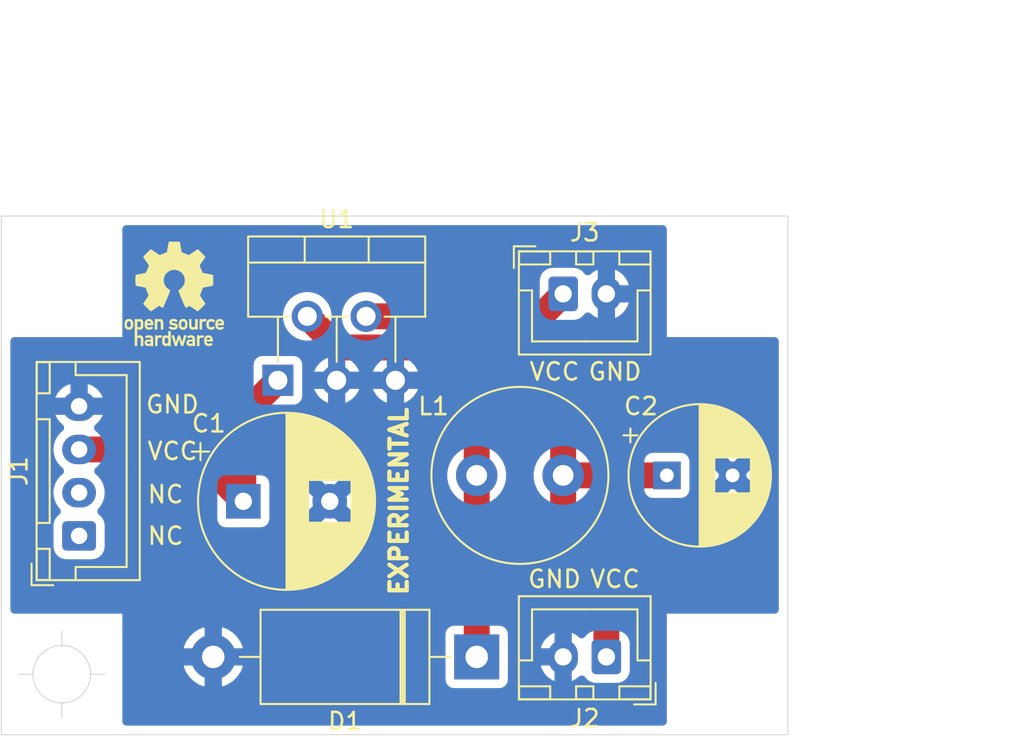
<source format=kicad_pcb>
(kicad_pcb (version 20171130) (host pcbnew 5.1.6-c6e7f7d~87~ubuntu20.04.1)

  (general
    (thickness 1.6)
    (drawings 18)
    (tracks 21)
    (zones 0)
    (modules 13)
    (nets 7)
  )

  (page A4)
  (layers
    (0 F.Cu signal)
    (31 B.Cu signal)
    (32 B.Adhes user)
    (33 F.Adhes user)
    (34 B.Paste user)
    (35 F.Paste user)
    (36 B.SilkS user)
    (37 F.SilkS user)
    (38 B.Mask user)
    (39 F.Mask user)
    (40 Dwgs.User user)
    (41 Cmts.User user)
    (42 Eco1.User user)
    (43 Eco2.User user)
    (44 Edge.Cuts user)
    (45 Margin user)
    (46 B.CrtYd user)
    (47 F.CrtYd user)
    (48 B.Fab user)
    (49 F.Fab user)
  )

  (setup
    (last_trace_width 1.5)
    (user_trace_width 1)
    (user_trace_width 1.2)
    (user_trace_width 1.5)
    (trace_clearance 0.2)
    (zone_clearance 0.5)
    (zone_45_only no)
    (trace_min 0.2)
    (via_size 0.8)
    (via_drill 0.4)
    (via_min_size 0.4)
    (via_min_drill 0.3)
    (uvia_size 0.3)
    (uvia_drill 0.1)
    (uvias_allowed no)
    (uvia_min_size 0.2)
    (uvia_min_drill 0.1)
    (edge_width 0.05)
    (segment_width 0.2)
    (pcb_text_width 0.3)
    (pcb_text_size 1.5 1.5)
    (mod_edge_width 0.12)
    (mod_text_size 1 1)
    (mod_text_width 0.15)
    (pad_size 1.524 1.524)
    (pad_drill 0.762)
    (pad_to_mask_clearance 0.051)
    (solder_mask_min_width 0.25)
    (aux_axis_origin 162 138.5)
    (visible_elements 7FFFFFFF)
    (pcbplotparams
      (layerselection 0x3ffff_ffffffff)
      (usegerberextensions false)
      (usegerberattributes false)
      (usegerberadvancedattributes false)
      (creategerberjobfile false)
      (excludeedgelayer true)
      (linewidth 0.100000)
      (plotframeref false)
      (viasonmask false)
      (mode 1)
      (useauxorigin false)
      (hpglpennumber 1)
      (hpglpenspeed 20)
      (hpglpendiameter 15.000000)
      (psnegative false)
      (psa4output false)
      (plotreference true)
      (plotvalue true)
      (plotinvisibletext false)
      (padsonsilk false)
      (subtractmaskfromsilk false)
      (outputformat 1)
      (mirror false)
      (drillshape 0)
      (scaleselection 1)
      (outputdirectory "gerber/"))
  )

  (net 0 "")
  (net 1 GND)
  (net 2 "Net-(C1-Pad1)")
  (net 3 "Net-(C2-Pad1)")
  (net 4 "Net-(D1-Pad1)")
  (net 5 "Net-(J1-Pad2)")
  (net 6 "Net-(J1-Pad1)")

  (net_class Default "This is the default net class."
    (clearance 0.2)
    (trace_width 0.25)
    (via_dia 0.8)
    (via_drill 0.4)
    (uvia_dia 0.3)
    (uvia_drill 0.1)
    (add_net GND)
    (add_net "Net-(C1-Pad1)")
    (add_net "Net-(C2-Pad1)")
    (add_net "Net-(D1-Pad1)")
    (add_net "Net-(J1-Pad1)")
    (add_net "Net-(J1-Pad2)")
  )

  (module Symbol:OSHW-Logo_5.7x6mm_SilkScreen (layer F.Cu) (tedit 0) (tstamp 5E28D6FF)
    (at 168.5 116.5)
    (descr "Open Source Hardware Logo")
    (tags "Logo OSHW")
    (attr virtual)
    (fp_text reference REF** (at 0 0) (layer F.SilkS) hide
      (effects (font (size 1 1) (thickness 0.15)))
    )
    (fp_text value OSHW-Logo_5.7x6mm_SilkScreen (at 0.75 0) (layer F.Fab) hide
      (effects (font (size 1 1) (thickness 0.15)))
    )
    (fp_poly (pts (xy -1.908759 1.469184) (xy -1.882247 1.482282) (xy -1.849553 1.505106) (xy -1.825725 1.529996)
      (xy -1.809406 1.561249) (xy -1.79924 1.603166) (xy -1.793872 1.660044) (xy -1.791944 1.736184)
      (xy -1.791831 1.768917) (xy -1.792161 1.840656) (xy -1.793527 1.891927) (xy -1.7965 1.927404)
      (xy -1.801649 1.951763) (xy -1.809543 1.96968) (xy -1.817757 1.981902) (xy -1.870187 2.033905)
      (xy -1.93193 2.065184) (xy -1.998536 2.074592) (xy -2.065558 2.06098) (xy -2.086792 2.051354)
      (xy -2.137624 2.024859) (xy -2.137624 2.440052) (xy -2.100525 2.420868) (xy -2.051643 2.406025)
      (xy -1.991561 2.402222) (xy -1.931564 2.409243) (xy -1.886256 2.425013) (xy -1.848675 2.455047)
      (xy -1.816564 2.498024) (xy -1.81415 2.502436) (xy -1.803967 2.523221) (xy -1.79653 2.54417)
      (xy -1.791411 2.569548) (xy -1.788181 2.603618) (xy -1.786413 2.650641) (xy -1.785677 2.714882)
      (xy -1.785544 2.787176) (xy -1.785544 3.017822) (xy -1.923861 3.017822) (xy -1.923861 2.592533)
      (xy -1.962549 2.559979) (xy -2.002738 2.53394) (xy -2.040797 2.529205) (xy -2.079066 2.541389)
      (xy -2.099462 2.55332) (xy -2.114642 2.570313) (xy -2.125438 2.595995) (xy -2.132683 2.633991)
      (xy -2.137208 2.687926) (xy -2.139844 2.761425) (xy -2.140772 2.810347) (xy -2.143911 3.011535)
      (xy -2.209926 3.015336) (xy -2.27594 3.019136) (xy -2.27594 1.77065) (xy -2.137624 1.77065)
      (xy -2.134097 1.840254) (xy -2.122215 1.888569) (xy -2.10002 1.918631) (xy -2.065559 1.933471)
      (xy -2.030742 1.936436) (xy -1.991329 1.933028) (xy -1.965171 1.919617) (xy -1.948814 1.901896)
      (xy -1.935937 1.882835) (xy -1.928272 1.861601) (xy -1.924861 1.831849) (xy -1.924749 1.787236)
      (xy -1.925897 1.74988) (xy -1.928532 1.693604) (xy -1.932456 1.656658) (xy -1.939063 1.633223)
      (xy -1.949749 1.61748) (xy -1.959833 1.60838) (xy -2.00197 1.588537) (xy -2.05184 1.585332)
      (xy -2.080476 1.592168) (xy -2.108828 1.616464) (xy -2.127609 1.663728) (xy -2.136712 1.733624)
      (xy -2.137624 1.77065) (xy -2.27594 1.77065) (xy -2.27594 1.458614) (xy -2.206782 1.458614)
      (xy -2.16526 1.460256) (xy -2.143838 1.466087) (xy -2.137626 1.477461) (xy -2.137624 1.477798)
      (xy -2.134742 1.488938) (xy -2.12203 1.487673) (xy -2.096757 1.475433) (xy -2.037869 1.456707)
      (xy -1.971615 1.454739) (xy -1.908759 1.469184)) (layer F.SilkS) (width 0.01))
    (fp_poly (pts (xy -1.38421 2.406555) (xy -1.325055 2.422339) (xy -1.280023 2.450948) (xy -1.248246 2.488419)
      (xy -1.238366 2.504411) (xy -1.231073 2.521163) (xy -1.225974 2.542592) (xy -1.222679 2.572616)
      (xy -1.220797 2.615154) (xy -1.219937 2.674122) (xy -1.219707 2.75344) (xy -1.219703 2.774484)
      (xy -1.219703 3.017822) (xy -1.280059 3.017822) (xy -1.318557 3.015126) (xy -1.347023 3.008295)
      (xy -1.354155 3.004083) (xy -1.373652 2.996813) (xy -1.393566 3.004083) (xy -1.426353 3.01316)
      (xy -1.473978 3.016813) (xy -1.526764 3.015228) (xy -1.575036 3.008589) (xy -1.603218 3.000072)
      (xy -1.657753 2.965063) (xy -1.691835 2.916479) (xy -1.707157 2.851882) (xy -1.707299 2.850223)
      (xy -1.705955 2.821566) (xy -1.584356 2.821566) (xy -1.573726 2.854161) (xy -1.55641 2.872505)
      (xy -1.521652 2.886379) (xy -1.475773 2.891917) (xy -1.428988 2.889191) (xy -1.391514 2.878274)
      (xy -1.381015 2.871269) (xy -1.362668 2.838904) (xy -1.35802 2.802111) (xy -1.35802 2.753763)
      (xy -1.427582 2.753763) (xy -1.493667 2.75885) (xy -1.543764 2.773263) (xy -1.574929 2.795729)
      (xy -1.584356 2.821566) (xy -1.705955 2.821566) (xy -1.703987 2.779647) (xy -1.68071 2.723845)
      (xy -1.636948 2.681647) (xy -1.630899 2.677808) (xy -1.604907 2.665309) (xy -1.572735 2.65774)
      (xy -1.52776 2.654061) (xy -1.474331 2.653216) (xy -1.35802 2.653169) (xy -1.35802 2.604411)
      (xy -1.362953 2.566581) (xy -1.375543 2.541236) (xy -1.377017 2.539887) (xy -1.405034 2.5288)
      (xy -1.447326 2.524503) (xy -1.494064 2.526615) (xy -1.535418 2.534756) (xy -1.559957 2.546965)
      (xy -1.573253 2.556746) (xy -1.587294 2.558613) (xy -1.606671 2.5506) (xy -1.635976 2.530739)
      (xy -1.679803 2.497063) (xy -1.683825 2.493909) (xy -1.681764 2.482236) (xy -1.664568 2.462822)
      (xy -1.638433 2.441248) (xy -1.609552 2.423096) (xy -1.600478 2.418809) (xy -1.56738 2.410256)
      (xy -1.51888 2.404155) (xy -1.464695 2.401708) (xy -1.462161 2.401703) (xy -1.38421 2.406555)) (layer F.SilkS) (width 0.01))
    (fp_poly (pts (xy -0.993356 2.40302) (xy -0.974539 2.40866) (xy -0.968473 2.421053) (xy -0.968218 2.426647)
      (xy -0.967129 2.44223) (xy -0.959632 2.444676) (xy -0.939381 2.433993) (xy -0.927351 2.426694)
      (xy -0.8894 2.411063) (xy -0.844072 2.403334) (xy -0.796544 2.40274) (xy -0.751995 2.408513)
      (xy -0.715602 2.419884) (xy -0.692543 2.436088) (xy -0.687996 2.456355) (xy -0.690291 2.461843)
      (xy -0.70702 2.484626) (xy -0.732963 2.512647) (xy -0.737655 2.517177) (xy -0.762383 2.538005)
      (xy -0.783718 2.544735) (xy -0.813555 2.540038) (xy -0.825508 2.536917) (xy -0.862705 2.529421)
      (xy -0.888859 2.532792) (xy -0.910946 2.544681) (xy -0.931178 2.560635) (xy -0.946079 2.5807)
      (xy -0.956434 2.608702) (xy -0.963029 2.648467) (xy -0.966649 2.703823) (xy -0.968078 2.778594)
      (xy -0.968218 2.82374) (xy -0.968218 3.017822) (xy -1.09396 3.017822) (xy -1.09396 2.401683)
      (xy -1.031089 2.401683) (xy -0.993356 2.40302)) (layer F.SilkS) (width 0.01))
    (fp_poly (pts (xy -0.201188 3.017822) (xy -0.270346 3.017822) (xy -0.310488 3.016645) (xy -0.331394 3.011772)
      (xy -0.338922 3.001186) (xy -0.339505 2.994029) (xy -0.340774 2.979676) (xy -0.348779 2.976923)
      (xy -0.369815 2.985771) (xy -0.386173 2.994029) (xy -0.448977 3.013597) (xy -0.517248 3.014729)
      (xy -0.572752 3.000135) (xy -0.624438 2.964877) (xy -0.663838 2.912835) (xy -0.685413 2.85145)
      (xy -0.685962 2.848018) (xy -0.689167 2.810571) (xy -0.690761 2.756813) (xy -0.690633 2.716155)
      (xy -0.553279 2.716155) (xy -0.550097 2.770194) (xy -0.542859 2.814735) (xy -0.53306 2.839888)
      (xy -0.495989 2.87426) (xy -0.451974 2.886582) (xy -0.406584 2.876618) (xy -0.367797 2.846895)
      (xy -0.353108 2.826905) (xy -0.344519 2.80305) (xy -0.340496 2.76823) (xy -0.339505 2.71593)
      (xy -0.341278 2.664139) (xy -0.345963 2.618634) (xy -0.352603 2.588181) (xy -0.35371 2.585452)
      (xy -0.380491 2.553) (xy -0.419579 2.535183) (xy -0.463315 2.532306) (xy -0.504038 2.544674)
      (xy -0.534087 2.572593) (xy -0.537204 2.578148) (xy -0.546961 2.612022) (xy -0.552277 2.660728)
      (xy -0.553279 2.716155) (xy -0.690633 2.716155) (xy -0.690568 2.69554) (xy -0.689664 2.662563)
      (xy -0.683514 2.580981) (xy -0.670733 2.51973) (xy -0.649471 2.474449) (xy -0.617878 2.440779)
      (xy -0.587207 2.421014) (xy -0.544354 2.40712) (xy -0.491056 2.402354) (xy -0.43648 2.406236)
      (xy -0.389792 2.418282) (xy -0.365124 2.432693) (xy -0.339505 2.455878) (xy -0.339505 2.162773)
      (xy -0.201188 2.162773) (xy -0.201188 3.017822)) (layer F.SilkS) (width 0.01))
    (fp_poly (pts (xy 0.281524 2.404237) (xy 0.331255 2.407971) (xy 0.461291 2.797773) (xy 0.481678 2.728614)
      (xy 0.493946 2.685874) (xy 0.510085 2.628115) (xy 0.527512 2.564625) (xy 0.536726 2.53057)
      (xy 0.571388 2.401683) (xy 0.714391 2.401683) (xy 0.671646 2.536857) (xy 0.650596 2.603342)
      (xy 0.625167 2.683539) (xy 0.59861 2.767193) (xy 0.574902 2.841782) (xy 0.520902 3.011535)
      (xy 0.462598 3.015328) (xy 0.404295 3.019122) (xy 0.372679 2.914734) (xy 0.353182 2.849889)
      (xy 0.331904 2.7784) (xy 0.313308 2.715263) (xy 0.312574 2.71275) (xy 0.298684 2.669969)
      (xy 0.286429 2.640779) (xy 0.277846 2.629741) (xy 0.276082 2.631018) (xy 0.269891 2.64813)
      (xy 0.258128 2.684787) (xy 0.242225 2.736378) (xy 0.223614 2.798294) (xy 0.213543 2.832352)
      (xy 0.159007 3.017822) (xy 0.043264 3.017822) (xy -0.049263 2.725471) (xy -0.075256 2.643462)
      (xy -0.098934 2.568987) (xy -0.11918 2.505544) (xy -0.134874 2.456632) (xy -0.144898 2.425749)
      (xy -0.147945 2.416726) (xy -0.145533 2.407487) (xy -0.126592 2.403441) (xy -0.087177 2.403846)
      (xy -0.081007 2.404152) (xy -0.007914 2.407971) (xy 0.039957 2.58401) (xy 0.057553 2.648211)
      (xy 0.073277 2.704649) (xy 0.085746 2.748422) (xy 0.093574 2.77463) (xy 0.09502 2.778903)
      (xy 0.101014 2.77399) (xy 0.113101 2.748532) (xy 0.129893 2.705997) (xy 0.150003 2.64985)
      (xy 0.167003 2.59913) (xy 0.231794 2.400504) (xy 0.281524 2.404237)) (layer F.SilkS) (width 0.01))
    (fp_poly (pts (xy 1.038411 2.405417) (xy 1.091411 2.41829) (xy 1.106731 2.42511) (xy 1.136428 2.442974)
      (xy 1.15922 2.463093) (xy 1.176083 2.488962) (xy 1.187998 2.524073) (xy 1.195942 2.57192)
      (xy 1.200894 2.635996) (xy 1.203831 2.719794) (xy 1.204947 2.775768) (xy 1.209052 3.017822)
      (xy 1.138932 3.017822) (xy 1.096393 3.016038) (xy 1.074476 3.009942) (xy 1.068812 2.999706)
      (xy 1.065821 2.988637) (xy 1.052451 2.990754) (xy 1.034233 2.999629) (xy 0.988624 3.013233)
      (xy 0.930007 3.016899) (xy 0.868354 3.010903) (xy 0.813638 2.995521) (xy 0.80873 2.993386)
      (xy 0.758723 2.958255) (xy 0.725756 2.909419) (xy 0.710587 2.852333) (xy 0.711746 2.831824)
      (xy 0.835508 2.831824) (xy 0.846413 2.859425) (xy 0.878745 2.879204) (xy 0.93091 2.889819)
      (xy 0.958787 2.891228) (xy 1.005247 2.88762) (xy 1.036129 2.873597) (xy 1.043664 2.866931)
      (xy 1.064076 2.830666) (xy 1.068812 2.797773) (xy 1.068812 2.753763) (xy 1.007513 2.753763)
      (xy 0.936256 2.757395) (xy 0.886276 2.768818) (xy 0.854696 2.788824) (xy 0.847626 2.797743)
      (xy 0.835508 2.831824) (xy 0.711746 2.831824) (xy 0.713971 2.792456) (xy 0.736663 2.735244)
      (xy 0.767624 2.69658) (xy 0.786376 2.679864) (xy 0.804733 2.668878) (xy 0.828619 2.66218)
      (xy 0.863957 2.658326) (xy 0.916669 2.655873) (xy 0.937577 2.655168) (xy 1.068812 2.650879)
      (xy 1.06862 2.611158) (xy 1.063537 2.569405) (xy 1.045162 2.544158) (xy 1.008039 2.52803)
      (xy 1.007043 2.527742) (xy 0.95441 2.5214) (xy 0.902906 2.529684) (xy 0.86463 2.549827)
      (xy 0.849272 2.559773) (xy 0.83273 2.558397) (xy 0.807275 2.543987) (xy 0.792328 2.533817)
      (xy 0.763091 2.512088) (xy 0.74498 2.4958) (xy 0.742074 2.491137) (xy 0.75404 2.467005)
      (xy 0.789396 2.438185) (xy 0.804753 2.428461) (xy 0.848901 2.411714) (xy 0.908398 2.402227)
      (xy 0.974487 2.400095) (xy 1.038411 2.405417)) (layer F.SilkS) (width 0.01))
    (fp_poly (pts (xy 1.635255 2.401486) (xy 1.683595 2.411015) (xy 1.711114 2.425125) (xy 1.740064 2.448568)
      (xy 1.698876 2.500571) (xy 1.673482 2.532064) (xy 1.656238 2.547428) (xy 1.639102 2.549776)
      (xy 1.614027 2.542217) (xy 1.602257 2.537941) (xy 1.55427 2.531631) (xy 1.510324 2.545156)
      (xy 1.47806 2.57571) (xy 1.472819 2.585452) (xy 1.467112 2.611258) (xy 1.462706 2.658817)
      (xy 1.459811 2.724758) (xy 1.458631 2.80571) (xy 1.458614 2.817226) (xy 1.458614 3.017822)
      (xy 1.320297 3.017822) (xy 1.320297 2.401683) (xy 1.389456 2.401683) (xy 1.429333 2.402725)
      (xy 1.450107 2.407358) (xy 1.457789 2.417849) (xy 1.458614 2.427745) (xy 1.458614 2.453806)
      (xy 1.491745 2.427745) (xy 1.529735 2.409965) (xy 1.58077 2.401174) (xy 1.635255 2.401486)) (layer F.SilkS) (width 0.01))
    (fp_poly (pts (xy 2.032581 2.40497) (xy 2.092685 2.420597) (xy 2.143021 2.452848) (xy 2.167393 2.47694)
      (xy 2.207345 2.533895) (xy 2.230242 2.599965) (xy 2.238108 2.681182) (xy 2.238148 2.687748)
      (xy 2.238218 2.753763) (xy 1.858264 2.753763) (xy 1.866363 2.788342) (xy 1.880987 2.819659)
      (xy 1.906581 2.852291) (xy 1.911935 2.8575) (xy 1.957943 2.885694) (xy 2.01041 2.890475)
      (xy 2.070803 2.871926) (xy 2.08104 2.866931) (xy 2.112439 2.851745) (xy 2.13347 2.843094)
      (xy 2.137139 2.842293) (xy 2.149948 2.850063) (xy 2.174378 2.869072) (xy 2.186779 2.87946)
      (xy 2.212476 2.903321) (xy 2.220915 2.919077) (xy 2.215058 2.933571) (xy 2.211928 2.937534)
      (xy 2.190725 2.954879) (xy 2.155738 2.975959) (xy 2.131337 2.988265) (xy 2.062072 3.009946)
      (xy 1.985388 3.016971) (xy 1.912765 3.008647) (xy 1.892426 3.002686) (xy 1.829476 2.968952)
      (xy 1.782815 2.917045) (xy 1.752173 2.846459) (xy 1.737282 2.756692) (xy 1.735647 2.709753)
      (xy 1.740421 2.641413) (xy 1.86099 2.641413) (xy 1.872652 2.646465) (xy 1.903998 2.650429)
      (xy 1.949571 2.652768) (xy 1.980446 2.653169) (xy 2.035981 2.652783) (xy 2.071033 2.650975)
      (xy 2.090262 2.646773) (xy 2.09833 2.639203) (xy 2.099901 2.628218) (xy 2.089121 2.594381)
      (xy 2.06198 2.56094) (xy 2.026277 2.535272) (xy 1.99056 2.524772) (xy 1.942048 2.534086)
      (xy 1.900053 2.561013) (xy 1.870936 2.599827) (xy 1.86099 2.641413) (xy 1.740421 2.641413)
      (xy 1.742599 2.610236) (xy 1.764055 2.530949) (xy 1.80047 2.471263) (xy 1.852297 2.430549)
      (xy 1.91999 2.408179) (xy 1.956662 2.403871) (xy 2.032581 2.40497)) (layer F.SilkS) (width 0.01))
    (fp_poly (pts (xy -2.538261 1.465148) (xy -2.472479 1.494231) (xy -2.42254 1.542793) (xy -2.388374 1.610908)
      (xy -2.369907 1.698651) (xy -2.368583 1.712351) (xy -2.367546 1.808939) (xy -2.380993 1.893602)
      (xy -2.408108 1.962221) (xy -2.422627 1.984294) (xy -2.473201 2.031011) (xy -2.537609 2.061268)
      (xy -2.609666 2.073824) (xy -2.683185 2.067439) (xy -2.739072 2.047772) (xy -2.787132 2.014629)
      (xy -2.826412 1.971175) (xy -2.827092 1.970158) (xy -2.843044 1.943338) (xy -2.85341 1.916368)
      (xy -2.859688 1.882332) (xy -2.863373 1.83431) (xy -2.864997 1.794931) (xy -2.865672 1.759219)
      (xy -2.739955 1.759219) (xy -2.738726 1.79477) (xy -2.734266 1.842094) (xy -2.726397 1.872465)
      (xy -2.712207 1.894072) (xy -2.698917 1.906694) (xy -2.651802 1.933122) (xy -2.602505 1.936653)
      (xy -2.556593 1.917639) (xy -2.533638 1.896331) (xy -2.517096 1.874859) (xy -2.507421 1.854313)
      (xy -2.503174 1.827574) (xy -2.50292 1.787523) (xy -2.504228 1.750638) (xy -2.507043 1.697947)
      (xy -2.511505 1.663772) (xy -2.519548 1.64148) (xy -2.533103 1.624442) (xy -2.543845 1.614703)
      (xy -2.588777 1.589123) (xy -2.637249 1.587847) (xy -2.677894 1.602999) (xy -2.712567 1.634642)
      (xy -2.733224 1.68662) (xy -2.739955 1.759219) (xy -2.865672 1.759219) (xy -2.866479 1.716621)
      (xy -2.863948 1.658056) (xy -2.856362 1.614007) (xy -2.842681 1.579248) (xy -2.821865 1.548551)
      (xy -2.814147 1.539436) (xy -2.765889 1.494021) (xy -2.714128 1.467493) (xy -2.650828 1.456379)
      (xy -2.619961 1.455471) (xy -2.538261 1.465148)) (layer F.SilkS) (width 0.01))
    (fp_poly (pts (xy -1.356699 1.472614) (xy -1.344168 1.478514) (xy -1.300799 1.510283) (xy -1.25979 1.556646)
      (xy -1.229168 1.607696) (xy -1.220459 1.631166) (xy -1.212512 1.673091) (xy -1.207774 1.723757)
      (xy -1.207199 1.744679) (xy -1.207129 1.810693) (xy -1.587083 1.810693) (xy -1.578983 1.845273)
      (xy -1.559104 1.88617) (xy -1.524347 1.921514) (xy -1.482998 1.944282) (xy -1.456649 1.94901)
      (xy -1.420916 1.943273) (xy -1.378282 1.928882) (xy -1.363799 1.922262) (xy -1.31024 1.895513)
      (xy -1.264533 1.930376) (xy -1.238158 1.953955) (xy -1.224124 1.973417) (xy -1.223414 1.979129)
      (xy -1.235951 1.992973) (xy -1.263428 2.014012) (xy -1.288366 2.030425) (xy -1.355664 2.05993)
      (xy -1.43111 2.073284) (xy -1.505888 2.069812) (xy -1.565495 2.051663) (xy -1.626941 2.012784)
      (xy -1.670608 1.961595) (xy -1.697926 1.895367) (xy -1.710322 1.811371) (xy -1.711421 1.772936)
      (xy -1.707022 1.684861) (xy -1.706482 1.682299) (xy -1.580582 1.682299) (xy -1.577115 1.690558)
      (xy -1.562863 1.695113) (xy -1.53347 1.697065) (xy -1.484575 1.697517) (xy -1.465748 1.697525)
      (xy -1.408467 1.696843) (xy -1.372141 1.694364) (xy -1.352604 1.689443) (xy -1.34569 1.681434)
      (xy -1.345445 1.678862) (xy -1.353336 1.658423) (xy -1.373085 1.629789) (xy -1.381575 1.619763)
      (xy -1.413094 1.591408) (xy -1.445949 1.580259) (xy -1.463651 1.579327) (xy -1.511539 1.590981)
      (xy -1.551699 1.622285) (xy -1.577173 1.667752) (xy -1.577625 1.669233) (xy -1.580582 1.682299)
      (xy -1.706482 1.682299) (xy -1.692392 1.61551) (xy -1.666038 1.560025) (xy -1.633807 1.520639)
      (xy -1.574217 1.477931) (xy -1.504168 1.455109) (xy -1.429661 1.453046) (xy -1.356699 1.472614)) (layer F.SilkS) (width 0.01))
    (fp_poly (pts (xy 0.014017 1.456452) (xy 0.061634 1.465482) (xy 0.111034 1.48437) (xy 0.116312 1.486777)
      (xy 0.153774 1.506476) (xy 0.179717 1.524781) (xy 0.188103 1.536508) (xy 0.180117 1.555632)
      (xy 0.16072 1.58385) (xy 0.15211 1.594384) (xy 0.116628 1.635847) (xy 0.070885 1.608858)
      (xy 0.02735 1.590878) (xy -0.02295 1.581267) (xy -0.071188 1.58066) (xy -0.108533 1.589691)
      (xy -0.117495 1.595327) (xy -0.134563 1.621171) (xy -0.136637 1.650941) (xy -0.123866 1.674197)
      (xy -0.116312 1.678708) (xy -0.093675 1.684309) (xy -0.053885 1.690892) (xy -0.004834 1.697183)
      (xy 0.004215 1.69817) (xy 0.082996 1.711798) (xy 0.140136 1.734946) (xy 0.17803 1.769752)
      (xy 0.199079 1.818354) (xy 0.205635 1.877718) (xy 0.196577 1.945198) (xy 0.167164 1.998188)
      (xy 0.117278 2.036783) (xy 0.0468 2.061081) (xy -0.031435 2.070667) (xy -0.095234 2.070552)
      (xy -0.146984 2.061845) (xy -0.182327 2.049825) (xy -0.226983 2.02888) (xy -0.268253 2.004574)
      (xy -0.282921 1.993876) (xy -0.320643 1.963084) (xy -0.275148 1.917049) (xy -0.229653 1.871013)
      (xy -0.177928 1.905243) (xy -0.126048 1.930952) (xy -0.070649 1.944399) (xy -0.017395 1.945818)
      (xy 0.028049 1.935443) (xy 0.060016 1.913507) (xy 0.070338 1.894998) (xy 0.068789 1.865314)
      (xy 0.04314 1.842615) (xy -0.00654 1.82694) (xy -0.060969 1.819695) (xy -0.144736 1.805873)
      (xy -0.206967 1.779796) (xy -0.248493 1.740699) (xy -0.270147 1.68782) (xy -0.273147 1.625126)
      (xy -0.258329 1.559642) (xy -0.224546 1.510144) (xy -0.171495 1.476408) (xy -0.098874 1.458207)
      (xy -0.045072 1.454639) (xy 0.014017 1.456452)) (layer F.SilkS) (width 0.01))
    (fp_poly (pts (xy 0.610762 1.466055) (xy 0.674363 1.500692) (xy 0.724123 1.555372) (xy 0.747568 1.599842)
      (xy 0.757634 1.639121) (xy 0.764156 1.695116) (xy 0.766951 1.759621) (xy 0.765836 1.824429)
      (xy 0.760626 1.881334) (xy 0.754541 1.911727) (xy 0.734014 1.953306) (xy 0.698463 1.997468)
      (xy 0.655619 2.036087) (xy 0.613211 2.061034) (xy 0.612177 2.06143) (xy 0.559553 2.072331)
      (xy 0.497188 2.072601) (xy 0.437924 2.062676) (xy 0.41504 2.054722) (xy 0.356102 2.0213)
      (xy 0.31389 1.977511) (xy 0.286156 1.919538) (xy 0.270651 1.843565) (xy 0.267143 1.803771)
      (xy 0.26759 1.753766) (xy 0.402376 1.753766) (xy 0.406917 1.826732) (xy 0.419986 1.882334)
      (xy 0.440756 1.917861) (xy 0.455552 1.92802) (xy 0.493464 1.935104) (xy 0.538527 1.933007)
      (xy 0.577487 1.922812) (xy 0.587704 1.917204) (xy 0.614659 1.884538) (xy 0.632451 1.834545)
      (xy 0.640024 1.773705) (xy 0.636325 1.708497) (xy 0.628057 1.669253) (xy 0.60432 1.623805)
      (xy 0.566849 1.595396) (xy 0.52172 1.585573) (xy 0.475011 1.595887) (xy 0.439132 1.621112)
      (xy 0.420277 1.641925) (xy 0.409272 1.662439) (xy 0.404026 1.690203) (xy 0.402449 1.732762)
      (xy 0.402376 1.753766) (xy 0.26759 1.753766) (xy 0.268094 1.69758) (xy 0.285388 1.610501)
      (xy 0.319029 1.54253) (xy 0.369018 1.493664) (xy 0.435356 1.463899) (xy 0.449601 1.460448)
      (xy 0.53521 1.452345) (xy 0.610762 1.466055)) (layer F.SilkS) (width 0.01))
    (fp_poly (pts (xy 0.993367 1.654342) (xy 0.994555 1.746563) (xy 0.998897 1.81661) (xy 1.007558 1.867381)
      (xy 1.021704 1.901772) (xy 1.0425 1.922679) (xy 1.07111 1.933) (xy 1.106535 1.935636)
      (xy 1.143636 1.932682) (xy 1.171818 1.921889) (xy 1.192243 1.90036) (xy 1.206079 1.865199)
      (xy 1.214491 1.81351) (xy 1.218643 1.742394) (xy 1.219703 1.654342) (xy 1.219703 1.458614)
      (xy 1.35802 1.458614) (xy 1.35802 2.062179) (xy 1.288862 2.062179) (xy 1.24717 2.060489)
      (xy 1.225701 2.054556) (xy 1.219703 2.043293) (xy 1.216091 2.033261) (xy 1.201714 2.035383)
      (xy 1.172736 2.04958) (xy 1.106319 2.07148) (xy 1.035875 2.069928) (xy 0.968377 2.046147)
      (xy 0.936233 2.027362) (xy 0.911715 2.007022) (xy 0.893804 1.981573) (xy 0.881479 1.947458)
      (xy 0.873723 1.901121) (xy 0.869516 1.839007) (xy 0.86784 1.757561) (xy 0.867624 1.694578)
      (xy 0.867624 1.458614) (xy 0.993367 1.458614) (xy 0.993367 1.654342)) (layer F.SilkS) (width 0.01))
    (fp_poly (pts (xy 2.217226 1.46388) (xy 2.29008 1.49483) (xy 2.313027 1.509895) (xy 2.342354 1.533048)
      (xy 2.360764 1.551253) (xy 2.363961 1.557183) (xy 2.354935 1.57034) (xy 2.331837 1.592667)
      (xy 2.313344 1.60825) (xy 2.262728 1.648926) (xy 2.22276 1.615295) (xy 2.191874 1.593584)
      (xy 2.161759 1.58609) (xy 2.127292 1.58792) (xy 2.072561 1.601528) (xy 2.034886 1.629772)
      (xy 2.011991 1.675433) (xy 2.001597 1.741289) (xy 2.001595 1.741331) (xy 2.002494 1.814939)
      (xy 2.016463 1.868946) (xy 2.044328 1.905716) (xy 2.063325 1.918168) (xy 2.113776 1.933673)
      (xy 2.167663 1.933683) (xy 2.214546 1.918638) (xy 2.225644 1.911287) (xy 2.253476 1.892511)
      (xy 2.275236 1.889434) (xy 2.298704 1.903409) (xy 2.324649 1.92851) (xy 2.365716 1.97088)
      (xy 2.320121 2.008464) (xy 2.249674 2.050882) (xy 2.170233 2.071785) (xy 2.087215 2.070272)
      (xy 2.032694 2.056411) (xy 1.96897 2.022135) (xy 1.918005 1.968212) (xy 1.894851 1.930149)
      (xy 1.876099 1.875536) (xy 1.866715 1.806369) (xy 1.866643 1.731407) (xy 1.875824 1.659409)
      (xy 1.894199 1.599137) (xy 1.897093 1.592958) (xy 1.939952 1.532351) (xy 1.997979 1.488224)
      (xy 2.066591 1.461493) (xy 2.141201 1.453073) (xy 2.217226 1.46388)) (layer F.SilkS) (width 0.01))
    (fp_poly (pts (xy 2.677898 1.456457) (xy 2.710096 1.464279) (xy 2.771825 1.492921) (xy 2.82461 1.536667)
      (xy 2.861141 1.589117) (xy 2.86616 1.600893) (xy 2.873045 1.63174) (xy 2.877864 1.677371)
      (xy 2.879505 1.723492) (xy 2.879505 1.810693) (xy 2.697178 1.810693) (xy 2.621979 1.810978)
      (xy 2.569003 1.812704) (xy 2.535325 1.817181) (xy 2.51802 1.82572) (xy 2.514163 1.83963)
      (xy 2.520829 1.860222) (xy 2.53277 1.884315) (xy 2.56608 1.924525) (xy 2.612368 1.944558)
      (xy 2.668944 1.943905) (xy 2.733031 1.922101) (xy 2.788417 1.895193) (xy 2.834375 1.931532)
      (xy 2.880333 1.967872) (xy 2.837096 2.007819) (xy 2.779374 2.045563) (xy 2.708386 2.06832)
      (xy 2.632029 2.074688) (xy 2.558199 2.063268) (xy 2.546287 2.059393) (xy 2.481399 2.025506)
      (xy 2.43313 1.974986) (xy 2.400465 1.906325) (xy 2.382385 1.818014) (xy 2.382175 1.816121)
      (xy 2.380556 1.719878) (xy 2.3871 1.685542) (xy 2.514852 1.685542) (xy 2.526584 1.690822)
      (xy 2.558438 1.694867) (xy 2.605397 1.697176) (xy 2.635154 1.697525) (xy 2.690648 1.697306)
      (xy 2.725346 1.695916) (xy 2.743601 1.692251) (xy 2.749766 1.68521) (xy 2.748195 1.67369)
      (xy 2.746878 1.669233) (xy 2.724382 1.627355) (xy 2.689003 1.593604) (xy 2.65778 1.578773)
      (xy 2.616301 1.579668) (xy 2.574269 1.598164) (xy 2.539012 1.628786) (xy 2.517854 1.666062)
      (xy 2.514852 1.685542) (xy 2.3871 1.685542) (xy 2.39669 1.635229) (xy 2.428698 1.564191)
      (xy 2.474701 1.508779) (xy 2.532821 1.471009) (xy 2.60118 1.452896) (xy 2.677898 1.456457)) (layer F.SilkS) (width 0.01))
    (fp_poly (pts (xy -0.754012 1.469002) (xy -0.722717 1.48395) (xy -0.692409 1.505541) (xy -0.669318 1.530391)
      (xy -0.6525 1.562087) (xy -0.641006 1.604214) (xy -0.633891 1.660358) (xy -0.630207 1.734106)
      (xy -0.629008 1.829044) (xy -0.628989 1.838985) (xy -0.628713 2.062179) (xy -0.76703 2.062179)
      (xy -0.76703 1.856418) (xy -0.767128 1.780189) (xy -0.767809 1.724939) (xy -0.769651 1.686501)
      (xy -0.773233 1.660706) (xy -0.779132 1.643384) (xy -0.787927 1.630368) (xy -0.80018 1.617507)
      (xy -0.843047 1.589873) (xy -0.889843 1.584745) (xy -0.934424 1.602217) (xy -0.949928 1.615221)
      (xy -0.96131 1.627447) (xy -0.969481 1.64054) (xy -0.974974 1.658615) (xy -0.97832 1.685787)
      (xy -0.980051 1.72617) (xy -0.980697 1.783879) (xy -0.980792 1.854132) (xy -0.980792 2.062179)
      (xy -1.119109 2.062179) (xy -1.119109 1.458614) (xy -1.04995 1.458614) (xy -1.008428 1.460256)
      (xy -0.987006 1.466087) (xy -0.980795 1.477461) (xy -0.980792 1.477798) (xy -0.97791 1.488938)
      (xy -0.965199 1.487674) (xy -0.939926 1.475434) (xy -0.882605 1.457424) (xy -0.817037 1.455421)
      (xy -0.754012 1.469002)) (layer F.SilkS) (width 0.01))
    (fp_poly (pts (xy 1.79946 1.45803) (xy 1.842711 1.471245) (xy 1.870558 1.487941) (xy 1.879629 1.501145)
      (xy 1.877132 1.516797) (xy 1.860931 1.541385) (xy 1.847232 1.5588) (xy 1.818992 1.590283)
      (xy 1.797775 1.603529) (xy 1.779688 1.602664) (xy 1.726035 1.58901) (xy 1.68663 1.58963)
      (xy 1.654632 1.605104) (xy 1.64389 1.614161) (xy 1.609505 1.646027) (xy 1.609505 2.062179)
      (xy 1.471188 2.062179) (xy 1.471188 1.458614) (xy 1.540347 1.458614) (xy 1.581869 1.460256)
      (xy 1.603291 1.466087) (xy 1.609502 1.477461) (xy 1.609505 1.477798) (xy 1.612439 1.489713)
      (xy 1.625704 1.488159) (xy 1.644084 1.479563) (xy 1.682046 1.463568) (xy 1.712872 1.453945)
      (xy 1.752536 1.451478) (xy 1.79946 1.45803)) (layer F.SilkS) (width 0.01))
    (fp_poly (pts (xy 0.376964 -2.709982) (xy 0.433812 -2.40843) (xy 0.853338 -2.235488) (xy 1.104984 -2.406605)
      (xy 1.175458 -2.45425) (xy 1.239163 -2.49679) (xy 1.293126 -2.532285) (xy 1.334373 -2.55879)
      (xy 1.359934 -2.574364) (xy 1.366895 -2.577722) (xy 1.379435 -2.569086) (xy 1.406231 -2.545208)
      (xy 1.44428 -2.509141) (xy 1.490579 -2.463933) (xy 1.542123 -2.412636) (xy 1.595909 -2.358299)
      (xy 1.648935 -2.303972) (xy 1.698195 -2.252705) (xy 1.740687 -2.207549) (xy 1.773407 -2.171554)
      (xy 1.793351 -2.14777) (xy 1.798119 -2.13981) (xy 1.791257 -2.125135) (xy 1.77202 -2.092986)
      (xy 1.74243 -2.046508) (xy 1.70451 -1.988844) (xy 1.660282 -1.92314) (xy 1.634654 -1.885664)
      (xy 1.587941 -1.817232) (xy 1.546432 -1.75548) (xy 1.51214 -1.703481) (xy 1.48708 -1.664308)
      (xy 1.473264 -1.641035) (xy 1.471188 -1.636145) (xy 1.475895 -1.622245) (xy 1.488723 -1.58985)
      (xy 1.507738 -1.543515) (xy 1.531003 -1.487794) (xy 1.556584 -1.427242) (xy 1.582545 -1.366414)
      (xy 1.60695 -1.309864) (xy 1.627863 -1.262148) (xy 1.643349 -1.227819) (xy 1.651472 -1.211432)
      (xy 1.651952 -1.210788) (xy 1.664707 -1.207659) (xy 1.698677 -1.200679) (xy 1.75034 -1.190533)
      (xy 1.816176 -1.177908) (xy 1.892664 -1.163491) (xy 1.93729 -1.155177) (xy 2.019021 -1.139616)
      (xy 2.092843 -1.124808) (xy 2.155021 -1.111564) (xy 2.201822 -1.100695) (xy 2.229509 -1.093011)
      (xy 2.235074 -1.090573) (xy 2.240526 -1.07407) (xy 2.244924 -1.0368) (xy 2.248272 -0.98312)
      (xy 2.250574 -0.917388) (xy 2.251832 -0.843963) (xy 2.252048 -0.767204) (xy 2.251227 -0.691468)
      (xy 2.249371 -0.621114) (xy 2.246482 -0.5605) (xy 2.242565 -0.513984) (xy 2.237622 -0.485925)
      (xy 2.234657 -0.480084) (xy 2.216934 -0.473083) (xy 2.179381 -0.463073) (xy 2.126964 -0.451231)
      (xy 2.064652 -0.438733) (xy 2.0429 -0.43469) (xy 1.938024 -0.41548) (xy 1.85518 -0.400009)
      (xy 1.79163 -0.387663) (xy 1.744637 -0.377827) (xy 1.711463 -0.369886) (xy 1.689371 -0.363224)
      (xy 1.675624 -0.357227) (xy 1.667484 -0.351281) (xy 1.666345 -0.350106) (xy 1.654977 -0.331174)
      (xy 1.637635 -0.294331) (xy 1.61605 -0.244087) (xy 1.591954 -0.184954) (xy 1.567079 -0.121444)
      (xy 1.543157 -0.058068) (xy 1.521919 0.000662) (xy 1.505097 0.050235) (xy 1.494422 0.086139)
      (xy 1.491627 0.103862) (xy 1.49186 0.104483) (xy 1.501331 0.11897) (xy 1.522818 0.150844)
      (xy 1.554063 0.196789) (xy 1.592807 0.253485) (xy 1.636793 0.317617) (xy 1.649319 0.335842)
      (xy 1.693984 0.401914) (xy 1.733288 0.4622) (xy 1.765088 0.513235) (xy 1.787245 0.55156)
      (xy 1.797617 0.573711) (xy 1.798119 0.576432) (xy 1.789405 0.590736) (xy 1.765325 0.619072)
      (xy 1.728976 0.658396) (xy 1.683453 0.705661) (xy 1.631852 0.757823) (xy 1.577267 0.811835)
      (xy 1.522794 0.864653) (xy 1.471529 0.913231) (xy 1.426567 0.954523) (xy 1.391004 0.985485)
      (xy 1.367935 1.00307) (xy 1.361554 1.005941) (xy 1.346699 0.999178) (xy 1.316286 0.980939)
      (xy 1.275268 0.954297) (xy 1.243709 0.932852) (xy 1.186525 0.893503) (xy 1.118806 0.847171)
      (xy 1.05088 0.800913) (xy 1.014361 0.776155) (xy 0.890752 0.692547) (xy 0.786991 0.74865)
      (xy 0.73972 0.773228) (xy 0.699523 0.792331) (xy 0.672326 0.803227) (xy 0.665402 0.804743)
      (xy 0.657077 0.793549) (xy 0.640654 0.761917) (xy 0.617357 0.712765) (xy 0.588414 0.64901)
      (xy 0.55505 0.573571) (xy 0.518491 0.489364) (xy 0.479964 0.399308) (xy 0.440694 0.306321)
      (xy 0.401908 0.21332) (xy 0.36483 0.123223) (xy 0.330689 0.038948) (xy 0.300708 -0.036587)
      (xy 0.276116 -0.100466) (xy 0.258136 -0.149769) (xy 0.247997 -0.181579) (xy 0.246366 -0.192504)
      (xy 0.259291 -0.206439) (xy 0.287589 -0.22906) (xy 0.325346 -0.255667) (xy 0.328515 -0.257772)
      (xy 0.4261 -0.335886) (xy 0.504786 -0.427018) (xy 0.563891 -0.528255) (xy 0.602732 -0.636682)
      (xy 0.620628 -0.749386) (xy 0.616897 -0.863452) (xy 0.590857 -0.975966) (xy 0.541825 -1.084015)
      (xy 0.5274 -1.107655) (xy 0.452369 -1.203113) (xy 0.36373 -1.279768) (xy 0.264549 -1.33722)
      (xy 0.157895 -1.375071) (xy 0.046836 -1.392922) (xy -0.065561 -1.390375) (xy -0.176227 -1.36703)
      (xy -0.282094 -1.32249) (xy -0.380095 -1.256355) (xy -0.41041 -1.229513) (xy -0.487562 -1.145488)
      (xy -0.543782 -1.057034) (xy -0.582347 -0.957885) (xy -0.603826 -0.859697) (xy -0.609128 -0.749303)
      (xy -0.591448 -0.63836) (xy -0.552581 -0.530619) (xy -0.494323 -0.429831) (xy -0.418469 -0.339744)
      (xy -0.326817 -0.264108) (xy -0.314772 -0.256136) (xy -0.276611 -0.230026) (xy -0.247601 -0.207405)
      (xy -0.233732 -0.192961) (xy -0.233531 -0.192504) (xy -0.236508 -0.176879) (xy -0.248311 -0.141418)
      (xy -0.267714 -0.089038) (xy -0.293488 -0.022655) (xy -0.324409 0.054814) (xy -0.359249 0.14045)
      (xy -0.396783 0.231337) (xy -0.435783 0.324559) (xy -0.475023 0.417197) (xy -0.513276 0.506335)
      (xy -0.549317 0.589055) (xy -0.581917 0.662441) (xy -0.609852 0.723575) (xy -0.631895 0.769541)
      (xy -0.646818 0.797421) (xy -0.652828 0.804743) (xy -0.671191 0.799041) (xy -0.705552 0.783749)
      (xy -0.749984 0.761599) (xy -0.774417 0.74865) (xy -0.878178 0.692547) (xy -1.001787 0.776155)
      (xy -1.064886 0.818987) (xy -1.13397 0.866122) (xy -1.198707 0.910503) (xy -1.231134 0.932852)
      (xy -1.276741 0.963477) (xy -1.31536 0.987747) (xy -1.341952 1.002587) (xy -1.35059 1.005724)
      (xy -1.363161 0.997261) (xy -1.390984 0.973636) (xy -1.431361 0.937302) (xy -1.481595 0.890711)
      (xy -1.538988 0.836317) (xy -1.575286 0.801392) (xy -1.63879 0.738996) (xy -1.693673 0.683188)
      (xy -1.737714 0.636354) (xy -1.768695 0.600882) (xy -1.784398 0.579161) (xy -1.785905 0.574752)
      (xy -1.778914 0.557985) (xy -1.759594 0.524082) (xy -1.730091 0.476476) (xy -1.692545 0.418599)
      (xy -1.6491 0.353884) (xy -1.636745 0.335842) (xy -1.591727 0.270267) (xy -1.55134 0.211228)
      (xy -1.51784 0.162042) (xy -1.493486 0.126028) (xy -1.480536 0.106502) (xy -1.479285 0.104483)
      (xy -1.481156 0.088922) (xy -1.491087 0.054709) (xy -1.507347 0.006355) (xy -1.528205 -0.051629)
      (xy -1.551927 -0.11473) (xy -1.576784 -0.178437) (xy -1.601042 -0.238239) (xy -1.622971 -0.289624)
      (xy -1.640838 -0.328081) (xy -1.652913 -0.349098) (xy -1.653771 -0.350106) (xy -1.661154 -0.356112)
      (xy -1.673625 -0.362052) (xy -1.69392 -0.36854) (xy -1.724778 -0.376191) (xy -1.768934 -0.38562)
      (xy -1.829126 -0.397441) (xy -1.908093 -0.412271) (xy -2.00857 -0.430723) (xy -2.030325 -0.43469)
      (xy -2.094802 -0.447147) (xy -2.151011 -0.459334) (xy -2.193987 -0.470074) (xy -2.21876 -0.478191)
      (xy -2.222082 -0.480084) (xy -2.227556 -0.496862) (xy -2.232006 -0.534355) (xy -2.235428 -0.588206)
      (xy -2.237819 -0.654056) (xy -2.239177 -0.727547) (xy -2.239499 -0.80432) (xy -2.238781 -0.880017)
      (xy -2.237021 -0.95028) (xy -2.234216 -1.01075) (xy -2.230362 -1.05707) (xy -2.225457 -1.084881)
      (xy -2.2225 -1.090573) (xy -2.206037 -1.096314) (xy -2.168551 -1.105655) (xy -2.113775 -1.117785)
      (xy -2.045445 -1.131893) (xy -1.967294 -1.14717) (xy -1.924716 -1.155177) (xy -1.843929 -1.170279)
      (xy -1.771887 -1.18396) (xy -1.712111 -1.195533) (xy -1.668121 -1.204313) (xy -1.643439 -1.209613)
      (xy -1.639377 -1.210788) (xy -1.632511 -1.224035) (xy -1.617998 -1.255943) (xy -1.597771 -1.301953)
      (xy -1.573766 -1.357508) (xy -1.547918 -1.418047) (xy -1.52216 -1.479014) (xy -1.498427 -1.535849)
      (xy -1.478654 -1.583994) (xy -1.464776 -1.61889) (xy -1.458726 -1.635979) (xy -1.458614 -1.636726)
      (xy -1.465472 -1.650207) (xy -1.484698 -1.68123) (xy -1.514272 -1.726711) (xy -1.552173 -1.783568)
      (xy -1.59638 -1.848717) (xy -1.622079 -1.886138) (xy -1.668907 -1.954753) (xy -1.710499 -2.017048)
      (xy -1.744825 -2.069871) (xy -1.769857 -2.110073) (xy -1.783565 -2.1345) (xy -1.785544 -2.139976)
      (xy -1.777034 -2.152722) (xy -1.753507 -2.179937) (xy -1.717968 -2.218572) (xy -1.673423 -2.265577)
      (xy -1.622877 -2.317905) (xy -1.569336 -2.372505) (xy -1.515805 -2.42633) (xy -1.465289 -2.47633)
      (xy -1.420794 -2.519457) (xy -1.385325 -2.552661) (xy -1.361887 -2.572894) (xy -1.354046 -2.577722)
      (xy -1.34128 -2.570933) (xy -1.310744 -2.551858) (xy -1.26541 -2.522439) (xy -1.208244 -2.484619)
      (xy -1.142216 -2.440339) (xy -1.09241 -2.406605) (xy -0.840764 -2.235488) (xy -0.631001 -2.321959)
      (xy -0.421237 -2.40843) (xy -0.364389 -2.709982) (xy -0.30754 -3.011534) (xy 0.320115 -3.011534)
      (xy 0.376964 -2.709982)) (layer F.SilkS) (width 0.01))
  )

  (module Capacitor_THT:CP_Radial_D10.0mm_P5.00mm (layer F.Cu) (tedit 5AE50EF1) (tstamp 5E28479D)
    (at 172.5 128.5)
    (descr "CP, Radial series, Radial, pin pitch=5.00mm, , diameter=10mm, Electrolytic Capacitor")
    (tags "CP Radial series Radial pin pitch 5.00mm  diameter 10mm Electrolytic Capacitor")
    (path /5E269D01)
    (fp_text reference C1 (at -2 -4.5) (layer F.SilkS)
      (effects (font (size 1 1) (thickness 0.15)))
    )
    (fp_text value 680µ (at 0.5 2.5) (layer F.Fab)
      (effects (font (size 1 1) (thickness 0.15)))
    )
    (fp_circle (center 2.5 0) (end 7.5 0) (layer F.Fab) (width 0.1))
    (fp_circle (center 2.5 0) (end 7.62 0) (layer F.SilkS) (width 0.12))
    (fp_circle (center 2.5 0) (end 7.75 0) (layer F.CrtYd) (width 0.05))
    (fp_line (start -1.788861 -2.1875) (end -0.788861 -2.1875) (layer F.Fab) (width 0.1))
    (fp_line (start -1.288861 -2.6875) (end -1.288861 -1.6875) (layer F.Fab) (width 0.1))
    (fp_line (start 2.5 -5.08) (end 2.5 5.08) (layer F.SilkS) (width 0.12))
    (fp_line (start 2.54 -5.08) (end 2.54 5.08) (layer F.SilkS) (width 0.12))
    (fp_line (start 2.58 -5.08) (end 2.58 5.08) (layer F.SilkS) (width 0.12))
    (fp_line (start 2.62 -5.079) (end 2.62 5.079) (layer F.SilkS) (width 0.12))
    (fp_line (start 2.66 -5.078) (end 2.66 5.078) (layer F.SilkS) (width 0.12))
    (fp_line (start 2.7 -5.077) (end 2.7 5.077) (layer F.SilkS) (width 0.12))
    (fp_line (start 2.74 -5.075) (end 2.74 5.075) (layer F.SilkS) (width 0.12))
    (fp_line (start 2.78 -5.073) (end 2.78 5.073) (layer F.SilkS) (width 0.12))
    (fp_line (start 2.82 -5.07) (end 2.82 5.07) (layer F.SilkS) (width 0.12))
    (fp_line (start 2.86 -5.068) (end 2.86 5.068) (layer F.SilkS) (width 0.12))
    (fp_line (start 2.9 -5.065) (end 2.9 5.065) (layer F.SilkS) (width 0.12))
    (fp_line (start 2.94 -5.062) (end 2.94 5.062) (layer F.SilkS) (width 0.12))
    (fp_line (start 2.98 -5.058) (end 2.98 5.058) (layer F.SilkS) (width 0.12))
    (fp_line (start 3.02 -5.054) (end 3.02 5.054) (layer F.SilkS) (width 0.12))
    (fp_line (start 3.06 -5.05) (end 3.06 5.05) (layer F.SilkS) (width 0.12))
    (fp_line (start 3.1 -5.045) (end 3.1 5.045) (layer F.SilkS) (width 0.12))
    (fp_line (start 3.14 -5.04) (end 3.14 5.04) (layer F.SilkS) (width 0.12))
    (fp_line (start 3.18 -5.035) (end 3.18 5.035) (layer F.SilkS) (width 0.12))
    (fp_line (start 3.221 -5.03) (end 3.221 5.03) (layer F.SilkS) (width 0.12))
    (fp_line (start 3.261 -5.024) (end 3.261 5.024) (layer F.SilkS) (width 0.12))
    (fp_line (start 3.301 -5.018) (end 3.301 5.018) (layer F.SilkS) (width 0.12))
    (fp_line (start 3.341 -5.011) (end 3.341 5.011) (layer F.SilkS) (width 0.12))
    (fp_line (start 3.381 -5.004) (end 3.381 5.004) (layer F.SilkS) (width 0.12))
    (fp_line (start 3.421 -4.997) (end 3.421 4.997) (layer F.SilkS) (width 0.12))
    (fp_line (start 3.461 -4.99) (end 3.461 4.99) (layer F.SilkS) (width 0.12))
    (fp_line (start 3.501 -4.982) (end 3.501 4.982) (layer F.SilkS) (width 0.12))
    (fp_line (start 3.541 -4.974) (end 3.541 4.974) (layer F.SilkS) (width 0.12))
    (fp_line (start 3.581 -4.965) (end 3.581 4.965) (layer F.SilkS) (width 0.12))
    (fp_line (start 3.621 -4.956) (end 3.621 4.956) (layer F.SilkS) (width 0.12))
    (fp_line (start 3.661 -4.947) (end 3.661 4.947) (layer F.SilkS) (width 0.12))
    (fp_line (start 3.701 -4.938) (end 3.701 4.938) (layer F.SilkS) (width 0.12))
    (fp_line (start 3.741 -4.928) (end 3.741 4.928) (layer F.SilkS) (width 0.12))
    (fp_line (start 3.781 -4.918) (end 3.781 -1.241) (layer F.SilkS) (width 0.12))
    (fp_line (start 3.781 1.241) (end 3.781 4.918) (layer F.SilkS) (width 0.12))
    (fp_line (start 3.821 -4.907) (end 3.821 -1.241) (layer F.SilkS) (width 0.12))
    (fp_line (start 3.821 1.241) (end 3.821 4.907) (layer F.SilkS) (width 0.12))
    (fp_line (start 3.861 -4.897) (end 3.861 -1.241) (layer F.SilkS) (width 0.12))
    (fp_line (start 3.861 1.241) (end 3.861 4.897) (layer F.SilkS) (width 0.12))
    (fp_line (start 3.901 -4.885) (end 3.901 -1.241) (layer F.SilkS) (width 0.12))
    (fp_line (start 3.901 1.241) (end 3.901 4.885) (layer F.SilkS) (width 0.12))
    (fp_line (start 3.941 -4.874) (end 3.941 -1.241) (layer F.SilkS) (width 0.12))
    (fp_line (start 3.941 1.241) (end 3.941 4.874) (layer F.SilkS) (width 0.12))
    (fp_line (start 3.981 -4.862) (end 3.981 -1.241) (layer F.SilkS) (width 0.12))
    (fp_line (start 3.981 1.241) (end 3.981 4.862) (layer F.SilkS) (width 0.12))
    (fp_line (start 4.021 -4.85) (end 4.021 -1.241) (layer F.SilkS) (width 0.12))
    (fp_line (start 4.021 1.241) (end 4.021 4.85) (layer F.SilkS) (width 0.12))
    (fp_line (start 4.061 -4.837) (end 4.061 -1.241) (layer F.SilkS) (width 0.12))
    (fp_line (start 4.061 1.241) (end 4.061 4.837) (layer F.SilkS) (width 0.12))
    (fp_line (start 4.101 -4.824) (end 4.101 -1.241) (layer F.SilkS) (width 0.12))
    (fp_line (start 4.101 1.241) (end 4.101 4.824) (layer F.SilkS) (width 0.12))
    (fp_line (start 4.141 -4.811) (end 4.141 -1.241) (layer F.SilkS) (width 0.12))
    (fp_line (start 4.141 1.241) (end 4.141 4.811) (layer F.SilkS) (width 0.12))
    (fp_line (start 4.181 -4.797) (end 4.181 -1.241) (layer F.SilkS) (width 0.12))
    (fp_line (start 4.181 1.241) (end 4.181 4.797) (layer F.SilkS) (width 0.12))
    (fp_line (start 4.221 -4.783) (end 4.221 -1.241) (layer F.SilkS) (width 0.12))
    (fp_line (start 4.221 1.241) (end 4.221 4.783) (layer F.SilkS) (width 0.12))
    (fp_line (start 4.261 -4.768) (end 4.261 -1.241) (layer F.SilkS) (width 0.12))
    (fp_line (start 4.261 1.241) (end 4.261 4.768) (layer F.SilkS) (width 0.12))
    (fp_line (start 4.301 -4.754) (end 4.301 -1.241) (layer F.SilkS) (width 0.12))
    (fp_line (start 4.301 1.241) (end 4.301 4.754) (layer F.SilkS) (width 0.12))
    (fp_line (start 4.341 -4.738) (end 4.341 -1.241) (layer F.SilkS) (width 0.12))
    (fp_line (start 4.341 1.241) (end 4.341 4.738) (layer F.SilkS) (width 0.12))
    (fp_line (start 4.381 -4.723) (end 4.381 -1.241) (layer F.SilkS) (width 0.12))
    (fp_line (start 4.381 1.241) (end 4.381 4.723) (layer F.SilkS) (width 0.12))
    (fp_line (start 4.421 -4.707) (end 4.421 -1.241) (layer F.SilkS) (width 0.12))
    (fp_line (start 4.421 1.241) (end 4.421 4.707) (layer F.SilkS) (width 0.12))
    (fp_line (start 4.461 -4.69) (end 4.461 -1.241) (layer F.SilkS) (width 0.12))
    (fp_line (start 4.461 1.241) (end 4.461 4.69) (layer F.SilkS) (width 0.12))
    (fp_line (start 4.501 -4.674) (end 4.501 -1.241) (layer F.SilkS) (width 0.12))
    (fp_line (start 4.501 1.241) (end 4.501 4.674) (layer F.SilkS) (width 0.12))
    (fp_line (start 4.541 -4.657) (end 4.541 -1.241) (layer F.SilkS) (width 0.12))
    (fp_line (start 4.541 1.241) (end 4.541 4.657) (layer F.SilkS) (width 0.12))
    (fp_line (start 4.581 -4.639) (end 4.581 -1.241) (layer F.SilkS) (width 0.12))
    (fp_line (start 4.581 1.241) (end 4.581 4.639) (layer F.SilkS) (width 0.12))
    (fp_line (start 4.621 -4.621) (end 4.621 -1.241) (layer F.SilkS) (width 0.12))
    (fp_line (start 4.621 1.241) (end 4.621 4.621) (layer F.SilkS) (width 0.12))
    (fp_line (start 4.661 -4.603) (end 4.661 -1.241) (layer F.SilkS) (width 0.12))
    (fp_line (start 4.661 1.241) (end 4.661 4.603) (layer F.SilkS) (width 0.12))
    (fp_line (start 4.701 -4.584) (end 4.701 -1.241) (layer F.SilkS) (width 0.12))
    (fp_line (start 4.701 1.241) (end 4.701 4.584) (layer F.SilkS) (width 0.12))
    (fp_line (start 4.741 -4.564) (end 4.741 -1.241) (layer F.SilkS) (width 0.12))
    (fp_line (start 4.741 1.241) (end 4.741 4.564) (layer F.SilkS) (width 0.12))
    (fp_line (start 4.781 -4.545) (end 4.781 -1.241) (layer F.SilkS) (width 0.12))
    (fp_line (start 4.781 1.241) (end 4.781 4.545) (layer F.SilkS) (width 0.12))
    (fp_line (start 4.821 -4.525) (end 4.821 -1.241) (layer F.SilkS) (width 0.12))
    (fp_line (start 4.821 1.241) (end 4.821 4.525) (layer F.SilkS) (width 0.12))
    (fp_line (start 4.861 -4.504) (end 4.861 -1.241) (layer F.SilkS) (width 0.12))
    (fp_line (start 4.861 1.241) (end 4.861 4.504) (layer F.SilkS) (width 0.12))
    (fp_line (start 4.901 -4.483) (end 4.901 -1.241) (layer F.SilkS) (width 0.12))
    (fp_line (start 4.901 1.241) (end 4.901 4.483) (layer F.SilkS) (width 0.12))
    (fp_line (start 4.941 -4.462) (end 4.941 -1.241) (layer F.SilkS) (width 0.12))
    (fp_line (start 4.941 1.241) (end 4.941 4.462) (layer F.SilkS) (width 0.12))
    (fp_line (start 4.981 -4.44) (end 4.981 -1.241) (layer F.SilkS) (width 0.12))
    (fp_line (start 4.981 1.241) (end 4.981 4.44) (layer F.SilkS) (width 0.12))
    (fp_line (start 5.021 -4.417) (end 5.021 -1.241) (layer F.SilkS) (width 0.12))
    (fp_line (start 5.021 1.241) (end 5.021 4.417) (layer F.SilkS) (width 0.12))
    (fp_line (start 5.061 -4.395) (end 5.061 -1.241) (layer F.SilkS) (width 0.12))
    (fp_line (start 5.061 1.241) (end 5.061 4.395) (layer F.SilkS) (width 0.12))
    (fp_line (start 5.101 -4.371) (end 5.101 -1.241) (layer F.SilkS) (width 0.12))
    (fp_line (start 5.101 1.241) (end 5.101 4.371) (layer F.SilkS) (width 0.12))
    (fp_line (start 5.141 -4.347) (end 5.141 -1.241) (layer F.SilkS) (width 0.12))
    (fp_line (start 5.141 1.241) (end 5.141 4.347) (layer F.SilkS) (width 0.12))
    (fp_line (start 5.181 -4.323) (end 5.181 -1.241) (layer F.SilkS) (width 0.12))
    (fp_line (start 5.181 1.241) (end 5.181 4.323) (layer F.SilkS) (width 0.12))
    (fp_line (start 5.221 -4.298) (end 5.221 -1.241) (layer F.SilkS) (width 0.12))
    (fp_line (start 5.221 1.241) (end 5.221 4.298) (layer F.SilkS) (width 0.12))
    (fp_line (start 5.261 -4.273) (end 5.261 -1.241) (layer F.SilkS) (width 0.12))
    (fp_line (start 5.261 1.241) (end 5.261 4.273) (layer F.SilkS) (width 0.12))
    (fp_line (start 5.301 -4.247) (end 5.301 -1.241) (layer F.SilkS) (width 0.12))
    (fp_line (start 5.301 1.241) (end 5.301 4.247) (layer F.SilkS) (width 0.12))
    (fp_line (start 5.341 -4.221) (end 5.341 -1.241) (layer F.SilkS) (width 0.12))
    (fp_line (start 5.341 1.241) (end 5.341 4.221) (layer F.SilkS) (width 0.12))
    (fp_line (start 5.381 -4.194) (end 5.381 -1.241) (layer F.SilkS) (width 0.12))
    (fp_line (start 5.381 1.241) (end 5.381 4.194) (layer F.SilkS) (width 0.12))
    (fp_line (start 5.421 -4.166) (end 5.421 -1.241) (layer F.SilkS) (width 0.12))
    (fp_line (start 5.421 1.241) (end 5.421 4.166) (layer F.SilkS) (width 0.12))
    (fp_line (start 5.461 -4.138) (end 5.461 -1.241) (layer F.SilkS) (width 0.12))
    (fp_line (start 5.461 1.241) (end 5.461 4.138) (layer F.SilkS) (width 0.12))
    (fp_line (start 5.501 -4.11) (end 5.501 -1.241) (layer F.SilkS) (width 0.12))
    (fp_line (start 5.501 1.241) (end 5.501 4.11) (layer F.SilkS) (width 0.12))
    (fp_line (start 5.541 -4.08) (end 5.541 -1.241) (layer F.SilkS) (width 0.12))
    (fp_line (start 5.541 1.241) (end 5.541 4.08) (layer F.SilkS) (width 0.12))
    (fp_line (start 5.581 -4.05) (end 5.581 -1.241) (layer F.SilkS) (width 0.12))
    (fp_line (start 5.581 1.241) (end 5.581 4.05) (layer F.SilkS) (width 0.12))
    (fp_line (start 5.621 -4.02) (end 5.621 -1.241) (layer F.SilkS) (width 0.12))
    (fp_line (start 5.621 1.241) (end 5.621 4.02) (layer F.SilkS) (width 0.12))
    (fp_line (start 5.661 -3.989) (end 5.661 -1.241) (layer F.SilkS) (width 0.12))
    (fp_line (start 5.661 1.241) (end 5.661 3.989) (layer F.SilkS) (width 0.12))
    (fp_line (start 5.701 -3.957) (end 5.701 -1.241) (layer F.SilkS) (width 0.12))
    (fp_line (start 5.701 1.241) (end 5.701 3.957) (layer F.SilkS) (width 0.12))
    (fp_line (start 5.741 -3.925) (end 5.741 -1.241) (layer F.SilkS) (width 0.12))
    (fp_line (start 5.741 1.241) (end 5.741 3.925) (layer F.SilkS) (width 0.12))
    (fp_line (start 5.781 -3.892) (end 5.781 -1.241) (layer F.SilkS) (width 0.12))
    (fp_line (start 5.781 1.241) (end 5.781 3.892) (layer F.SilkS) (width 0.12))
    (fp_line (start 5.821 -3.858) (end 5.821 -1.241) (layer F.SilkS) (width 0.12))
    (fp_line (start 5.821 1.241) (end 5.821 3.858) (layer F.SilkS) (width 0.12))
    (fp_line (start 5.861 -3.824) (end 5.861 -1.241) (layer F.SilkS) (width 0.12))
    (fp_line (start 5.861 1.241) (end 5.861 3.824) (layer F.SilkS) (width 0.12))
    (fp_line (start 5.901 -3.789) (end 5.901 -1.241) (layer F.SilkS) (width 0.12))
    (fp_line (start 5.901 1.241) (end 5.901 3.789) (layer F.SilkS) (width 0.12))
    (fp_line (start 5.941 -3.753) (end 5.941 -1.241) (layer F.SilkS) (width 0.12))
    (fp_line (start 5.941 1.241) (end 5.941 3.753) (layer F.SilkS) (width 0.12))
    (fp_line (start 5.981 -3.716) (end 5.981 -1.241) (layer F.SilkS) (width 0.12))
    (fp_line (start 5.981 1.241) (end 5.981 3.716) (layer F.SilkS) (width 0.12))
    (fp_line (start 6.021 -3.679) (end 6.021 -1.241) (layer F.SilkS) (width 0.12))
    (fp_line (start 6.021 1.241) (end 6.021 3.679) (layer F.SilkS) (width 0.12))
    (fp_line (start 6.061 -3.64) (end 6.061 -1.241) (layer F.SilkS) (width 0.12))
    (fp_line (start 6.061 1.241) (end 6.061 3.64) (layer F.SilkS) (width 0.12))
    (fp_line (start 6.101 -3.601) (end 6.101 -1.241) (layer F.SilkS) (width 0.12))
    (fp_line (start 6.101 1.241) (end 6.101 3.601) (layer F.SilkS) (width 0.12))
    (fp_line (start 6.141 -3.561) (end 6.141 -1.241) (layer F.SilkS) (width 0.12))
    (fp_line (start 6.141 1.241) (end 6.141 3.561) (layer F.SilkS) (width 0.12))
    (fp_line (start 6.181 -3.52) (end 6.181 -1.241) (layer F.SilkS) (width 0.12))
    (fp_line (start 6.181 1.241) (end 6.181 3.52) (layer F.SilkS) (width 0.12))
    (fp_line (start 6.221 -3.478) (end 6.221 -1.241) (layer F.SilkS) (width 0.12))
    (fp_line (start 6.221 1.241) (end 6.221 3.478) (layer F.SilkS) (width 0.12))
    (fp_line (start 6.261 -3.436) (end 6.261 3.436) (layer F.SilkS) (width 0.12))
    (fp_line (start 6.301 -3.392) (end 6.301 3.392) (layer F.SilkS) (width 0.12))
    (fp_line (start 6.341 -3.347) (end 6.341 3.347) (layer F.SilkS) (width 0.12))
    (fp_line (start 6.381 -3.301) (end 6.381 3.301) (layer F.SilkS) (width 0.12))
    (fp_line (start 6.421 -3.254) (end 6.421 3.254) (layer F.SilkS) (width 0.12))
    (fp_line (start 6.461 -3.206) (end 6.461 3.206) (layer F.SilkS) (width 0.12))
    (fp_line (start 6.501 -3.156) (end 6.501 3.156) (layer F.SilkS) (width 0.12))
    (fp_line (start 6.541 -3.106) (end 6.541 3.106) (layer F.SilkS) (width 0.12))
    (fp_line (start 6.581 -3.054) (end 6.581 3.054) (layer F.SilkS) (width 0.12))
    (fp_line (start 6.621 -3) (end 6.621 3) (layer F.SilkS) (width 0.12))
    (fp_line (start 6.661 -2.945) (end 6.661 2.945) (layer F.SilkS) (width 0.12))
    (fp_line (start 6.701 -2.889) (end 6.701 2.889) (layer F.SilkS) (width 0.12))
    (fp_line (start 6.741 -2.83) (end 6.741 2.83) (layer F.SilkS) (width 0.12))
    (fp_line (start 6.781 -2.77) (end 6.781 2.77) (layer F.SilkS) (width 0.12))
    (fp_line (start 6.821 -2.709) (end 6.821 2.709) (layer F.SilkS) (width 0.12))
    (fp_line (start 6.861 -2.645) (end 6.861 2.645) (layer F.SilkS) (width 0.12))
    (fp_line (start 6.901 -2.579) (end 6.901 2.579) (layer F.SilkS) (width 0.12))
    (fp_line (start 6.941 -2.51) (end 6.941 2.51) (layer F.SilkS) (width 0.12))
    (fp_line (start 6.981 -2.439) (end 6.981 2.439) (layer F.SilkS) (width 0.12))
    (fp_line (start 7.021 -2.365) (end 7.021 2.365) (layer F.SilkS) (width 0.12))
    (fp_line (start 7.061 -2.289) (end 7.061 2.289) (layer F.SilkS) (width 0.12))
    (fp_line (start 7.101 -2.209) (end 7.101 2.209) (layer F.SilkS) (width 0.12))
    (fp_line (start 7.141 -2.125) (end 7.141 2.125) (layer F.SilkS) (width 0.12))
    (fp_line (start 7.181 -2.037) (end 7.181 2.037) (layer F.SilkS) (width 0.12))
    (fp_line (start 7.221 -1.944) (end 7.221 1.944) (layer F.SilkS) (width 0.12))
    (fp_line (start 7.261 -1.846) (end 7.261 1.846) (layer F.SilkS) (width 0.12))
    (fp_line (start 7.301 -1.742) (end 7.301 1.742) (layer F.SilkS) (width 0.12))
    (fp_line (start 7.341 -1.63) (end 7.341 1.63) (layer F.SilkS) (width 0.12))
    (fp_line (start 7.381 -1.51) (end 7.381 1.51) (layer F.SilkS) (width 0.12))
    (fp_line (start 7.421 -1.378) (end 7.421 1.378) (layer F.SilkS) (width 0.12))
    (fp_line (start 7.461 -1.23) (end 7.461 1.23) (layer F.SilkS) (width 0.12))
    (fp_line (start 7.501 -1.062) (end 7.501 1.062) (layer F.SilkS) (width 0.12))
    (fp_line (start 7.541 -0.862) (end 7.541 0.862) (layer F.SilkS) (width 0.12))
    (fp_line (start 7.581 -0.599) (end 7.581 0.599) (layer F.SilkS) (width 0.12))
    (fp_line (start -2.979646 -2.875) (end -1.979646 -2.875) (layer F.SilkS) (width 0.12))
    (fp_line (start -2.479646 -3.375) (end -2.479646 -2.375) (layer F.SilkS) (width 0.12))
    (fp_text user %R (at 2.5 0) (layer F.Fab)
      (effects (font (size 1 1) (thickness 0.15)))
    )
    (pad 2 thru_hole circle (at 5 0) (size 2 2) (drill 1) (layers *.Cu *.Mask)
      (net 1 GND))
    (pad 1 thru_hole rect (at 0 0) (size 2 2) (drill 1) (layers *.Cu *.Mask)
      (net 2 "Net-(C1-Pad1)"))
    (model ${KISYS3DMOD}/Capacitor_THT.3dshapes/CP_Radial_D10.0mm_P5.00mm.wrl
      (at (xyz 0 0 0))
      (scale (xyz 1 1 1))
      (rotate (xyz 0 0 0))
    )
  )

  (module Capacitor_THT:CP_Radial_D8.0mm_P3.80mm (layer F.Cu) (tedit 5AE50EF0) (tstamp 5E2846F5)
    (at 197 127)
    (descr "CP, Radial series, Radial, pin pitch=3.80mm, , diameter=8mm, Electrolytic Capacitor")
    (tags "CP Radial series Radial pin pitch 3.80mm  diameter 8mm Electrolytic Capacitor")
    (path /5E2736F5)
    (fp_text reference C2 (at -1.5 -4) (layer F.SilkS)
      (effects (font (size 1 1) (thickness 0.15)))
    )
    (fp_text value 220µ (at 1.9 5.25) (layer F.Fab)
      (effects (font (size 1 1) (thickness 0.15)))
    )
    (fp_line (start -2.109698 -2.715) (end -2.109698 -1.915) (layer F.SilkS) (width 0.12))
    (fp_line (start -2.509698 -2.315) (end -1.709698 -2.315) (layer F.SilkS) (width 0.12))
    (fp_line (start 5.981 -0.533) (end 5.981 0.533) (layer F.SilkS) (width 0.12))
    (fp_line (start 5.941 -0.768) (end 5.941 0.768) (layer F.SilkS) (width 0.12))
    (fp_line (start 5.901 -0.948) (end 5.901 0.948) (layer F.SilkS) (width 0.12))
    (fp_line (start 5.861 -1.098) (end 5.861 1.098) (layer F.SilkS) (width 0.12))
    (fp_line (start 5.821 -1.229) (end 5.821 1.229) (layer F.SilkS) (width 0.12))
    (fp_line (start 5.781 -1.346) (end 5.781 1.346) (layer F.SilkS) (width 0.12))
    (fp_line (start 5.741 -1.453) (end 5.741 1.453) (layer F.SilkS) (width 0.12))
    (fp_line (start 5.701 -1.552) (end 5.701 1.552) (layer F.SilkS) (width 0.12))
    (fp_line (start 5.661 -1.645) (end 5.661 1.645) (layer F.SilkS) (width 0.12))
    (fp_line (start 5.621 -1.731) (end 5.621 1.731) (layer F.SilkS) (width 0.12))
    (fp_line (start 5.581 -1.813) (end 5.581 1.813) (layer F.SilkS) (width 0.12))
    (fp_line (start 5.541 -1.89) (end 5.541 1.89) (layer F.SilkS) (width 0.12))
    (fp_line (start 5.501 -1.964) (end 5.501 1.964) (layer F.SilkS) (width 0.12))
    (fp_line (start 5.461 -2.034) (end 5.461 2.034) (layer F.SilkS) (width 0.12))
    (fp_line (start 5.421 -2.102) (end 5.421 2.102) (layer F.SilkS) (width 0.12))
    (fp_line (start 5.381 -2.166) (end 5.381 2.166) (layer F.SilkS) (width 0.12))
    (fp_line (start 5.341 -2.228) (end 5.341 2.228) (layer F.SilkS) (width 0.12))
    (fp_line (start 5.301 -2.287) (end 5.301 2.287) (layer F.SilkS) (width 0.12))
    (fp_line (start 5.261 -2.345) (end 5.261 2.345) (layer F.SilkS) (width 0.12))
    (fp_line (start 5.221 -2.4) (end 5.221 2.4) (layer F.SilkS) (width 0.12))
    (fp_line (start 5.181 -2.454) (end 5.181 2.454) (layer F.SilkS) (width 0.12))
    (fp_line (start 5.141 -2.505) (end 5.141 2.505) (layer F.SilkS) (width 0.12))
    (fp_line (start 5.101 -2.556) (end 5.101 2.556) (layer F.SilkS) (width 0.12))
    (fp_line (start 5.061 -2.604) (end 5.061 2.604) (layer F.SilkS) (width 0.12))
    (fp_line (start 5.021 -2.651) (end 5.021 2.651) (layer F.SilkS) (width 0.12))
    (fp_line (start 4.981 -2.697) (end 4.981 2.697) (layer F.SilkS) (width 0.12))
    (fp_line (start 4.941 -2.741) (end 4.941 2.741) (layer F.SilkS) (width 0.12))
    (fp_line (start 4.901 -2.784) (end 4.901 2.784) (layer F.SilkS) (width 0.12))
    (fp_line (start 4.861 -2.826) (end 4.861 2.826) (layer F.SilkS) (width 0.12))
    (fp_line (start 4.821 1.04) (end 4.821 2.867) (layer F.SilkS) (width 0.12))
    (fp_line (start 4.821 -2.867) (end 4.821 -1.04) (layer F.SilkS) (width 0.12))
    (fp_line (start 4.781 1.04) (end 4.781 2.907) (layer F.SilkS) (width 0.12))
    (fp_line (start 4.781 -2.907) (end 4.781 -1.04) (layer F.SilkS) (width 0.12))
    (fp_line (start 4.741 1.04) (end 4.741 2.945) (layer F.SilkS) (width 0.12))
    (fp_line (start 4.741 -2.945) (end 4.741 -1.04) (layer F.SilkS) (width 0.12))
    (fp_line (start 4.701 1.04) (end 4.701 2.983) (layer F.SilkS) (width 0.12))
    (fp_line (start 4.701 -2.983) (end 4.701 -1.04) (layer F.SilkS) (width 0.12))
    (fp_line (start 4.661 1.04) (end 4.661 3.019) (layer F.SilkS) (width 0.12))
    (fp_line (start 4.661 -3.019) (end 4.661 -1.04) (layer F.SilkS) (width 0.12))
    (fp_line (start 4.621 1.04) (end 4.621 3.055) (layer F.SilkS) (width 0.12))
    (fp_line (start 4.621 -3.055) (end 4.621 -1.04) (layer F.SilkS) (width 0.12))
    (fp_line (start 4.581 1.04) (end 4.581 3.09) (layer F.SilkS) (width 0.12))
    (fp_line (start 4.581 -3.09) (end 4.581 -1.04) (layer F.SilkS) (width 0.12))
    (fp_line (start 4.541 1.04) (end 4.541 3.124) (layer F.SilkS) (width 0.12))
    (fp_line (start 4.541 -3.124) (end 4.541 -1.04) (layer F.SilkS) (width 0.12))
    (fp_line (start 4.501 1.04) (end 4.501 3.156) (layer F.SilkS) (width 0.12))
    (fp_line (start 4.501 -3.156) (end 4.501 -1.04) (layer F.SilkS) (width 0.12))
    (fp_line (start 4.461 1.04) (end 4.461 3.189) (layer F.SilkS) (width 0.12))
    (fp_line (start 4.461 -3.189) (end 4.461 -1.04) (layer F.SilkS) (width 0.12))
    (fp_line (start 4.421 1.04) (end 4.421 3.22) (layer F.SilkS) (width 0.12))
    (fp_line (start 4.421 -3.22) (end 4.421 -1.04) (layer F.SilkS) (width 0.12))
    (fp_line (start 4.381 1.04) (end 4.381 3.25) (layer F.SilkS) (width 0.12))
    (fp_line (start 4.381 -3.25) (end 4.381 -1.04) (layer F.SilkS) (width 0.12))
    (fp_line (start 4.341 1.04) (end 4.341 3.28) (layer F.SilkS) (width 0.12))
    (fp_line (start 4.341 -3.28) (end 4.341 -1.04) (layer F.SilkS) (width 0.12))
    (fp_line (start 4.301 1.04) (end 4.301 3.309) (layer F.SilkS) (width 0.12))
    (fp_line (start 4.301 -3.309) (end 4.301 -1.04) (layer F.SilkS) (width 0.12))
    (fp_line (start 4.261 1.04) (end 4.261 3.338) (layer F.SilkS) (width 0.12))
    (fp_line (start 4.261 -3.338) (end 4.261 -1.04) (layer F.SilkS) (width 0.12))
    (fp_line (start 4.221 1.04) (end 4.221 3.365) (layer F.SilkS) (width 0.12))
    (fp_line (start 4.221 -3.365) (end 4.221 -1.04) (layer F.SilkS) (width 0.12))
    (fp_line (start 4.181 1.04) (end 4.181 3.392) (layer F.SilkS) (width 0.12))
    (fp_line (start 4.181 -3.392) (end 4.181 -1.04) (layer F.SilkS) (width 0.12))
    (fp_line (start 4.141 1.04) (end 4.141 3.418) (layer F.SilkS) (width 0.12))
    (fp_line (start 4.141 -3.418) (end 4.141 -1.04) (layer F.SilkS) (width 0.12))
    (fp_line (start 4.101 1.04) (end 4.101 3.444) (layer F.SilkS) (width 0.12))
    (fp_line (start 4.101 -3.444) (end 4.101 -1.04) (layer F.SilkS) (width 0.12))
    (fp_line (start 4.061 1.04) (end 4.061 3.469) (layer F.SilkS) (width 0.12))
    (fp_line (start 4.061 -3.469) (end 4.061 -1.04) (layer F.SilkS) (width 0.12))
    (fp_line (start 4.021 1.04) (end 4.021 3.493) (layer F.SilkS) (width 0.12))
    (fp_line (start 4.021 -3.493) (end 4.021 -1.04) (layer F.SilkS) (width 0.12))
    (fp_line (start 3.981 1.04) (end 3.981 3.517) (layer F.SilkS) (width 0.12))
    (fp_line (start 3.981 -3.517) (end 3.981 -1.04) (layer F.SilkS) (width 0.12))
    (fp_line (start 3.941 1.04) (end 3.941 3.54) (layer F.SilkS) (width 0.12))
    (fp_line (start 3.941 -3.54) (end 3.941 -1.04) (layer F.SilkS) (width 0.12))
    (fp_line (start 3.901 1.04) (end 3.901 3.562) (layer F.SilkS) (width 0.12))
    (fp_line (start 3.901 -3.562) (end 3.901 -1.04) (layer F.SilkS) (width 0.12))
    (fp_line (start 3.861 1.04) (end 3.861 3.584) (layer F.SilkS) (width 0.12))
    (fp_line (start 3.861 -3.584) (end 3.861 -1.04) (layer F.SilkS) (width 0.12))
    (fp_line (start 3.821 1.04) (end 3.821 3.606) (layer F.SilkS) (width 0.12))
    (fp_line (start 3.821 -3.606) (end 3.821 -1.04) (layer F.SilkS) (width 0.12))
    (fp_line (start 3.781 1.04) (end 3.781 3.627) (layer F.SilkS) (width 0.12))
    (fp_line (start 3.781 -3.627) (end 3.781 -1.04) (layer F.SilkS) (width 0.12))
    (fp_line (start 3.741 1.04) (end 3.741 3.647) (layer F.SilkS) (width 0.12))
    (fp_line (start 3.741 -3.647) (end 3.741 -1.04) (layer F.SilkS) (width 0.12))
    (fp_line (start 3.701 1.04) (end 3.701 3.666) (layer F.SilkS) (width 0.12))
    (fp_line (start 3.701 -3.666) (end 3.701 -1.04) (layer F.SilkS) (width 0.12))
    (fp_line (start 3.661 1.04) (end 3.661 3.686) (layer F.SilkS) (width 0.12))
    (fp_line (start 3.661 -3.686) (end 3.661 -1.04) (layer F.SilkS) (width 0.12))
    (fp_line (start 3.621 1.04) (end 3.621 3.704) (layer F.SilkS) (width 0.12))
    (fp_line (start 3.621 -3.704) (end 3.621 -1.04) (layer F.SilkS) (width 0.12))
    (fp_line (start 3.581 1.04) (end 3.581 3.722) (layer F.SilkS) (width 0.12))
    (fp_line (start 3.581 -3.722) (end 3.581 -1.04) (layer F.SilkS) (width 0.12))
    (fp_line (start 3.541 1.04) (end 3.541 3.74) (layer F.SilkS) (width 0.12))
    (fp_line (start 3.541 -3.74) (end 3.541 -1.04) (layer F.SilkS) (width 0.12))
    (fp_line (start 3.501 1.04) (end 3.501 3.757) (layer F.SilkS) (width 0.12))
    (fp_line (start 3.501 -3.757) (end 3.501 -1.04) (layer F.SilkS) (width 0.12))
    (fp_line (start 3.461 1.04) (end 3.461 3.774) (layer F.SilkS) (width 0.12))
    (fp_line (start 3.461 -3.774) (end 3.461 -1.04) (layer F.SilkS) (width 0.12))
    (fp_line (start 3.421 1.04) (end 3.421 3.79) (layer F.SilkS) (width 0.12))
    (fp_line (start 3.421 -3.79) (end 3.421 -1.04) (layer F.SilkS) (width 0.12))
    (fp_line (start 3.381 1.04) (end 3.381 3.805) (layer F.SilkS) (width 0.12))
    (fp_line (start 3.381 -3.805) (end 3.381 -1.04) (layer F.SilkS) (width 0.12))
    (fp_line (start 3.341 1.04) (end 3.341 3.821) (layer F.SilkS) (width 0.12))
    (fp_line (start 3.341 -3.821) (end 3.341 -1.04) (layer F.SilkS) (width 0.12))
    (fp_line (start 3.301 1.04) (end 3.301 3.835) (layer F.SilkS) (width 0.12))
    (fp_line (start 3.301 -3.835) (end 3.301 -1.04) (layer F.SilkS) (width 0.12))
    (fp_line (start 3.261 1.04) (end 3.261 3.85) (layer F.SilkS) (width 0.12))
    (fp_line (start 3.261 -3.85) (end 3.261 -1.04) (layer F.SilkS) (width 0.12))
    (fp_line (start 3.221 1.04) (end 3.221 3.863) (layer F.SilkS) (width 0.12))
    (fp_line (start 3.221 -3.863) (end 3.221 -1.04) (layer F.SilkS) (width 0.12))
    (fp_line (start 3.181 1.04) (end 3.181 3.877) (layer F.SilkS) (width 0.12))
    (fp_line (start 3.181 -3.877) (end 3.181 -1.04) (layer F.SilkS) (width 0.12))
    (fp_line (start 3.141 1.04) (end 3.141 3.889) (layer F.SilkS) (width 0.12))
    (fp_line (start 3.141 -3.889) (end 3.141 -1.04) (layer F.SilkS) (width 0.12))
    (fp_line (start 3.101 1.04) (end 3.101 3.902) (layer F.SilkS) (width 0.12))
    (fp_line (start 3.101 -3.902) (end 3.101 -1.04) (layer F.SilkS) (width 0.12))
    (fp_line (start 3.061 1.04) (end 3.061 3.914) (layer F.SilkS) (width 0.12))
    (fp_line (start 3.061 -3.914) (end 3.061 -1.04) (layer F.SilkS) (width 0.12))
    (fp_line (start 3.021 1.04) (end 3.021 3.925) (layer F.SilkS) (width 0.12))
    (fp_line (start 3.021 -3.925) (end 3.021 -1.04) (layer F.SilkS) (width 0.12))
    (fp_line (start 2.981 1.04) (end 2.981 3.936) (layer F.SilkS) (width 0.12))
    (fp_line (start 2.981 -3.936) (end 2.981 -1.04) (layer F.SilkS) (width 0.12))
    (fp_line (start 2.941 1.04) (end 2.941 3.947) (layer F.SilkS) (width 0.12))
    (fp_line (start 2.941 -3.947) (end 2.941 -1.04) (layer F.SilkS) (width 0.12))
    (fp_line (start 2.901 1.04) (end 2.901 3.957) (layer F.SilkS) (width 0.12))
    (fp_line (start 2.901 -3.957) (end 2.901 -1.04) (layer F.SilkS) (width 0.12))
    (fp_line (start 2.861 1.04) (end 2.861 3.967) (layer F.SilkS) (width 0.12))
    (fp_line (start 2.861 -3.967) (end 2.861 -1.04) (layer F.SilkS) (width 0.12))
    (fp_line (start 2.821 1.04) (end 2.821 3.976) (layer F.SilkS) (width 0.12))
    (fp_line (start 2.821 -3.976) (end 2.821 -1.04) (layer F.SilkS) (width 0.12))
    (fp_line (start 2.781 1.04) (end 2.781 3.985) (layer F.SilkS) (width 0.12))
    (fp_line (start 2.781 -3.985) (end 2.781 -1.04) (layer F.SilkS) (width 0.12))
    (fp_line (start 2.741 -3.994) (end 2.741 3.994) (layer F.SilkS) (width 0.12))
    (fp_line (start 2.701 -4.002) (end 2.701 4.002) (layer F.SilkS) (width 0.12))
    (fp_line (start 2.661 -4.01) (end 2.661 4.01) (layer F.SilkS) (width 0.12))
    (fp_line (start 2.621 -4.017) (end 2.621 4.017) (layer F.SilkS) (width 0.12))
    (fp_line (start 2.58 -4.024) (end 2.58 4.024) (layer F.SilkS) (width 0.12))
    (fp_line (start 2.54 -4.03) (end 2.54 4.03) (layer F.SilkS) (width 0.12))
    (fp_line (start 2.5 -4.037) (end 2.5 4.037) (layer F.SilkS) (width 0.12))
    (fp_line (start 2.46 -4.042) (end 2.46 4.042) (layer F.SilkS) (width 0.12))
    (fp_line (start 2.42 -4.048) (end 2.42 4.048) (layer F.SilkS) (width 0.12))
    (fp_line (start 2.38 -4.052) (end 2.38 4.052) (layer F.SilkS) (width 0.12))
    (fp_line (start 2.34 -4.057) (end 2.34 4.057) (layer F.SilkS) (width 0.12))
    (fp_line (start 2.3 -4.061) (end 2.3 4.061) (layer F.SilkS) (width 0.12))
    (fp_line (start 2.26 -4.065) (end 2.26 4.065) (layer F.SilkS) (width 0.12))
    (fp_line (start 2.22 -4.068) (end 2.22 4.068) (layer F.SilkS) (width 0.12))
    (fp_line (start 2.18 -4.071) (end 2.18 4.071) (layer F.SilkS) (width 0.12))
    (fp_line (start 2.14 -4.074) (end 2.14 4.074) (layer F.SilkS) (width 0.12))
    (fp_line (start 2.1 -4.076) (end 2.1 4.076) (layer F.SilkS) (width 0.12))
    (fp_line (start 2.06 -4.077) (end 2.06 4.077) (layer F.SilkS) (width 0.12))
    (fp_line (start 2.02 -4.079) (end 2.02 4.079) (layer F.SilkS) (width 0.12))
    (fp_line (start 1.98 -4.08) (end 1.98 4.08) (layer F.SilkS) (width 0.12))
    (fp_line (start 1.94 -4.08) (end 1.94 4.08) (layer F.SilkS) (width 0.12))
    (fp_line (start 1.9 -4.08) (end 1.9 4.08) (layer F.SilkS) (width 0.12))
    (fp_line (start -1.126759 -2.1475) (end -1.126759 -1.3475) (layer F.Fab) (width 0.1))
    (fp_line (start -1.526759 -1.7475) (end -0.726759 -1.7475) (layer F.Fab) (width 0.1))
    (fp_circle (center 1.9 0) (end 6.15 0) (layer F.CrtYd) (width 0.05))
    (fp_circle (center 1.9 0) (end 6.02 0) (layer F.SilkS) (width 0.12))
    (fp_circle (center 1.9 0) (end 5.9 0) (layer F.Fab) (width 0.1))
    (fp_text user %R (at 1.9 0) (layer F.Fab)
      (effects (font (size 1 1) (thickness 0.15)))
    )
    (pad 1 thru_hole rect (at 0 0) (size 1.6 1.6) (drill 0.8) (layers *.Cu *.Mask)
      (net 3 "Net-(C2-Pad1)"))
    (pad 2 thru_hole circle (at 3.8 0) (size 1.6 1.6) (drill 0.8) (layers *.Cu *.Mask)
      (net 1 GND))
    (model ${KISYS3DMOD}/Capacitor_THT.3dshapes/CP_Radial_D8.0mm_P3.80mm.wrl
      (at (xyz 0 0 0))
      (scale (xyz 1 1 1))
      (rotate (xyz 0 0 0))
    )
  )

  (module Diode_THT:D_DO-201_P15.24mm_Horizontal (layer F.Cu) (tedit 5AE50CD5) (tstamp 5E2846D7)
    (at 186 137.5 180)
    (descr "Diode, DO-201 series, Axial, Horizontal, pin pitch=15.24mm, , length*diameter=9.53*5.21mm^2, , http://www.diodes.com/_files/packages/DO-201.pdf")
    (tags "Diode DO-201 series Axial Horizontal pin pitch 15.24mm  length 9.53mm diameter 5.21mm")
    (path /5E26BBB5)
    (fp_text reference D1 (at 7.62 -3.725) (layer F.SilkS)
      (effects (font (size 1 1) (thickness 0.15)))
    )
    (fp_text value D_Schottky (at 7.62 3.725) (layer F.Fab)
      (effects (font (size 1 1) (thickness 0.15)))
    )
    (fp_line (start 16.79 -2.86) (end -1.55 -2.86) (layer F.CrtYd) (width 0.05))
    (fp_line (start 16.79 2.86) (end 16.79 -2.86) (layer F.CrtYd) (width 0.05))
    (fp_line (start -1.55 2.86) (end 16.79 2.86) (layer F.CrtYd) (width 0.05))
    (fp_line (start -1.55 -2.86) (end -1.55 2.86) (layer F.CrtYd) (width 0.05))
    (fp_line (start 4.1645 -2.725) (end 4.1645 2.725) (layer F.SilkS) (width 0.12))
    (fp_line (start 4.4045 -2.725) (end 4.4045 2.725) (layer F.SilkS) (width 0.12))
    (fp_line (start 4.2845 -2.725) (end 4.2845 2.725) (layer F.SilkS) (width 0.12))
    (fp_line (start 13.7 0) (end 12.505 0) (layer F.SilkS) (width 0.12))
    (fp_line (start 1.54 0) (end 2.735 0) (layer F.SilkS) (width 0.12))
    (fp_line (start 12.505 -2.725) (end 2.735 -2.725) (layer F.SilkS) (width 0.12))
    (fp_line (start 12.505 2.725) (end 12.505 -2.725) (layer F.SilkS) (width 0.12))
    (fp_line (start 2.735 2.725) (end 12.505 2.725) (layer F.SilkS) (width 0.12))
    (fp_line (start 2.735 -2.725) (end 2.735 2.725) (layer F.SilkS) (width 0.12))
    (fp_line (start 4.1845 -2.605) (end 4.1845 2.605) (layer F.Fab) (width 0.1))
    (fp_line (start 4.3845 -2.605) (end 4.3845 2.605) (layer F.Fab) (width 0.1))
    (fp_line (start 4.2845 -2.605) (end 4.2845 2.605) (layer F.Fab) (width 0.1))
    (fp_line (start 15.24 0) (end 12.385 0) (layer F.Fab) (width 0.1))
    (fp_line (start 0 0) (end 2.855 0) (layer F.Fab) (width 0.1))
    (fp_line (start 12.385 -2.605) (end 2.855 -2.605) (layer F.Fab) (width 0.1))
    (fp_line (start 12.385 2.605) (end 12.385 -2.605) (layer F.Fab) (width 0.1))
    (fp_line (start 2.855 2.605) (end 12.385 2.605) (layer F.Fab) (width 0.1))
    (fp_line (start 2.855 -2.605) (end 2.855 2.605) (layer F.Fab) (width 0.1))
    (fp_text user %R (at 8.33475 0) (layer F.Fab)
      (effects (font (size 1 1) (thickness 0.15)))
    )
    (fp_text user K (at 0 -2.3) (layer F.Fab)
      (effects (font (size 1 1) (thickness 0.15)))
    )
    (fp_text user K (at 0 -2.3) (layer F.SilkS) hide
      (effects (font (size 1 1) (thickness 0.15)))
    )
    (pad 1 thru_hole rect (at 0 0 180) (size 2.6 2.6) (drill 1.3) (layers *.Cu *.Mask)
      (net 4 "Net-(D1-Pad1)"))
    (pad 2 thru_hole oval (at 15.24 0 180) (size 2.6 2.6) (drill 1.3) (layers *.Cu *.Mask)
      (net 1 GND))
    (model ${KISYS3DMOD}/Diode_THT.3dshapes/D_DO-201_P15.24mm_Horizontal.wrl
      (at (xyz 0 0 0))
      (scale (xyz 1 1 1))
      (rotate (xyz 0 0 0))
    )
  )

  (module Connector_JST:JST_XH_B4B-XH-A_1x04_P2.50mm_Vertical (layer F.Cu) (tedit 5C28146C) (tstamp 5E2BFF11)
    (at 163 130.5 90)
    (descr "JST XH series connector, B4B-XH-A (http://www.jst-mfg.com/product/pdf/eng/eXH.pdf), generated with kicad-footprint-generator")
    (tags "connector JST XH vertical")
    (path /5E26F9D6)
    (fp_text reference J1 (at 3.75 -3.5 90) (layer F.SilkS)
      (effects (font (size 1 1) (thickness 0.15)))
    )
    (fp_text value Conn_01x04 (at 3.75 4.6 90) (layer F.Fab) hide
      (effects (font (size 1 1) (thickness 0.15)))
    )
    (fp_line (start -2.45 -2.35) (end -2.45 3.4) (layer F.Fab) (width 0.1))
    (fp_line (start -2.45 3.4) (end 9.95 3.4) (layer F.Fab) (width 0.1))
    (fp_line (start 9.95 3.4) (end 9.95 -2.35) (layer F.Fab) (width 0.1))
    (fp_line (start 9.95 -2.35) (end -2.45 -2.35) (layer F.Fab) (width 0.1))
    (fp_line (start -2.56 -2.46) (end -2.56 3.51) (layer F.SilkS) (width 0.12))
    (fp_line (start -2.56 3.51) (end 10.06 3.51) (layer F.SilkS) (width 0.12))
    (fp_line (start 10.06 3.51) (end 10.06 -2.46) (layer F.SilkS) (width 0.12))
    (fp_line (start 10.06 -2.46) (end -2.56 -2.46) (layer F.SilkS) (width 0.12))
    (fp_line (start -2.95 -2.85) (end -2.95 3.9) (layer F.CrtYd) (width 0.05))
    (fp_line (start -2.95 3.9) (end 10.45 3.9) (layer F.CrtYd) (width 0.05))
    (fp_line (start 10.45 3.9) (end 10.45 -2.85) (layer F.CrtYd) (width 0.05))
    (fp_line (start 10.45 -2.85) (end -2.95 -2.85) (layer F.CrtYd) (width 0.05))
    (fp_line (start -0.625 -2.35) (end 0 -1.35) (layer F.Fab) (width 0.1))
    (fp_line (start 0 -1.35) (end 0.625 -2.35) (layer F.Fab) (width 0.1))
    (fp_line (start 0.75 -2.45) (end 0.75 -1.7) (layer F.SilkS) (width 0.12))
    (fp_line (start 0.75 -1.7) (end 6.75 -1.7) (layer F.SilkS) (width 0.12))
    (fp_line (start 6.75 -1.7) (end 6.75 -2.45) (layer F.SilkS) (width 0.12))
    (fp_line (start 6.75 -2.45) (end 0.75 -2.45) (layer F.SilkS) (width 0.12))
    (fp_line (start -2.55 -2.45) (end -2.55 -1.7) (layer F.SilkS) (width 0.12))
    (fp_line (start -2.55 -1.7) (end -0.75 -1.7) (layer F.SilkS) (width 0.12))
    (fp_line (start -0.75 -1.7) (end -0.75 -2.45) (layer F.SilkS) (width 0.12))
    (fp_line (start -0.75 -2.45) (end -2.55 -2.45) (layer F.SilkS) (width 0.12))
    (fp_line (start 8.25 -2.45) (end 8.25 -1.7) (layer F.SilkS) (width 0.12))
    (fp_line (start 8.25 -1.7) (end 10.05 -1.7) (layer F.SilkS) (width 0.12))
    (fp_line (start 10.05 -1.7) (end 10.05 -2.45) (layer F.SilkS) (width 0.12))
    (fp_line (start 10.05 -2.45) (end 8.25 -2.45) (layer F.SilkS) (width 0.12))
    (fp_line (start -2.55 -0.2) (end -1.8 -0.2) (layer F.SilkS) (width 0.12))
    (fp_line (start -1.8 -0.2) (end -1.8 2.75) (layer F.SilkS) (width 0.12))
    (fp_line (start -1.8 2.75) (end 3.75 2.75) (layer F.SilkS) (width 0.12))
    (fp_line (start 10.05 -0.2) (end 9.3 -0.2) (layer F.SilkS) (width 0.12))
    (fp_line (start 9.3 -0.2) (end 9.3 2.75) (layer F.SilkS) (width 0.12))
    (fp_line (start 9.3 2.75) (end 3.75 2.75) (layer F.SilkS) (width 0.12))
    (fp_line (start -1.6 -2.75) (end -2.85 -2.75) (layer F.SilkS) (width 0.12))
    (fp_line (start -2.85 -2.75) (end -2.85 -1.5) (layer F.SilkS) (width 0.12))
    (fp_text user %R (at 3.75 2.7 90) (layer F.Fab) hide
      (effects (font (size 1 1) (thickness 0.15)))
    )
    (pad 4 thru_hole oval (at 7.5 0 90) (size 1.7 1.95) (drill 0.95) (layers *.Cu *.Mask)
      (net 1 GND))
    (pad 3 thru_hole oval (at 5 0 90) (size 1.7 1.95) (drill 0.95) (layers *.Cu *.Mask)
      (net 2 "Net-(C1-Pad1)"))
    (pad 2 thru_hole oval (at 2.5 0 90) (size 1.7 1.95) (drill 0.95) (layers *.Cu *.Mask)
      (net 5 "Net-(J1-Pad2)"))
    (pad 1 thru_hole roundrect (at 0 0 90) (size 1.7 1.95) (drill 0.95) (layers *.Cu *.Mask) (roundrect_rratio 0.147059)
      (net 6 "Net-(J1-Pad1)"))
    (model ${KISYS3DMOD}/Connector_JST.3dshapes/JST_XH_B4B-XH-A_1x04_P2.50mm_Vertical.wrl
      (at (xyz 0 0 0))
      (scale (xyz 1 1 1))
      (rotate (xyz 0 0 0))
    )
  )

  (module Connector_JST:JST_XH_B2B-XH-A_1x02_P2.50mm_Vertical (layer F.Cu) (tedit 5C28146C) (tstamp 5E284685)
    (at 193.5 137.5 180)
    (descr "JST XH series connector, B2B-XH-A (http://www.jst-mfg.com/product/pdf/eng/eXH.pdf), generated with kicad-footprint-generator")
    (tags "connector JST XH vertical")
    (path /5E277019)
    (fp_text reference J2 (at 1.25 -3.55) (layer F.SilkS)
      (effects (font (size 1 1) (thickness 0.15)))
    )
    (fp_text value Conn_01x02 (at 1.25 4.6) (layer F.Fab)
      (effects (font (size 1 1) (thickness 0.15)))
    )
    (fp_line (start -2.45 -2.35) (end -2.45 3.4) (layer F.Fab) (width 0.1))
    (fp_line (start -2.45 3.4) (end 4.95 3.4) (layer F.Fab) (width 0.1))
    (fp_line (start 4.95 3.4) (end 4.95 -2.35) (layer F.Fab) (width 0.1))
    (fp_line (start 4.95 -2.35) (end -2.45 -2.35) (layer F.Fab) (width 0.1))
    (fp_line (start -2.56 -2.46) (end -2.56 3.51) (layer F.SilkS) (width 0.12))
    (fp_line (start -2.56 3.51) (end 5.06 3.51) (layer F.SilkS) (width 0.12))
    (fp_line (start 5.06 3.51) (end 5.06 -2.46) (layer F.SilkS) (width 0.12))
    (fp_line (start 5.06 -2.46) (end -2.56 -2.46) (layer F.SilkS) (width 0.12))
    (fp_line (start -2.95 -2.85) (end -2.95 3.9) (layer F.CrtYd) (width 0.05))
    (fp_line (start -2.95 3.9) (end 5.45 3.9) (layer F.CrtYd) (width 0.05))
    (fp_line (start 5.45 3.9) (end 5.45 -2.85) (layer F.CrtYd) (width 0.05))
    (fp_line (start 5.45 -2.85) (end -2.95 -2.85) (layer F.CrtYd) (width 0.05))
    (fp_line (start -0.625 -2.35) (end 0 -1.35) (layer F.Fab) (width 0.1))
    (fp_line (start 0 -1.35) (end 0.625 -2.35) (layer F.Fab) (width 0.1))
    (fp_line (start 0.75 -2.45) (end 0.75 -1.7) (layer F.SilkS) (width 0.12))
    (fp_line (start 0.75 -1.7) (end 1.75 -1.7) (layer F.SilkS) (width 0.12))
    (fp_line (start 1.75 -1.7) (end 1.75 -2.45) (layer F.SilkS) (width 0.12))
    (fp_line (start 1.75 -2.45) (end 0.75 -2.45) (layer F.SilkS) (width 0.12))
    (fp_line (start -2.55 -2.45) (end -2.55 -1.7) (layer F.SilkS) (width 0.12))
    (fp_line (start -2.55 -1.7) (end -0.75 -1.7) (layer F.SilkS) (width 0.12))
    (fp_line (start -0.75 -1.7) (end -0.75 -2.45) (layer F.SilkS) (width 0.12))
    (fp_line (start -0.75 -2.45) (end -2.55 -2.45) (layer F.SilkS) (width 0.12))
    (fp_line (start 3.25 -2.45) (end 3.25 -1.7) (layer F.SilkS) (width 0.12))
    (fp_line (start 3.25 -1.7) (end 5.05 -1.7) (layer F.SilkS) (width 0.12))
    (fp_line (start 5.05 -1.7) (end 5.05 -2.45) (layer F.SilkS) (width 0.12))
    (fp_line (start 5.05 -2.45) (end 3.25 -2.45) (layer F.SilkS) (width 0.12))
    (fp_line (start -2.55 -0.2) (end -1.8 -0.2) (layer F.SilkS) (width 0.12))
    (fp_line (start -1.8 -0.2) (end -1.8 2.75) (layer F.SilkS) (width 0.12))
    (fp_line (start -1.8 2.75) (end 1.25 2.75) (layer F.SilkS) (width 0.12))
    (fp_line (start 5.05 -0.2) (end 4.3 -0.2) (layer F.SilkS) (width 0.12))
    (fp_line (start 4.3 -0.2) (end 4.3 2.75) (layer F.SilkS) (width 0.12))
    (fp_line (start 4.3 2.75) (end 1.25 2.75) (layer F.SilkS) (width 0.12))
    (fp_line (start -1.6 -2.75) (end -2.85 -2.75) (layer F.SilkS) (width 0.12))
    (fp_line (start -2.85 -2.75) (end -2.85 -1.5) (layer F.SilkS) (width 0.12))
    (fp_text user %R (at 1.25 2.7) (layer F.Fab)
      (effects (font (size 1 1) (thickness 0.15)))
    )
    (pad 2 thru_hole oval (at 2.5 0 180) (size 1.7 2) (drill 1) (layers *.Cu *.Mask)
      (net 1 GND))
    (pad 1 thru_hole roundrect (at 0 0 180) (size 1.7 2) (drill 1) (layers *.Cu *.Mask) (roundrect_rratio 0.147059)
      (net 3 "Net-(C2-Pad1)"))
    (model ${KISYS3DMOD}/Connector_JST.3dshapes/JST_XH_B2B-XH-A_1x02_P2.50mm_Vertical.wrl
      (at (xyz 0 0 0))
      (scale (xyz 1 1 1))
      (rotate (xyz 0 0 0))
    )
  )

  (module Connector_JST:JST_XH_B2B-XH-A_1x02_P2.50mm_Vertical (layer F.Cu) (tedit 5C28146C) (tstamp 5E28465D)
    (at 191 116.5)
    (descr "JST XH series connector, B2B-XH-A (http://www.jst-mfg.com/product/pdf/eng/eXH.pdf), generated with kicad-footprint-generator")
    (tags "connector JST XH vertical")
    (path /5E277D0A)
    (fp_text reference J3 (at 1.25 -3.55) (layer F.SilkS)
      (effects (font (size 1 1) (thickness 0.15)))
    )
    (fp_text value Conn_01x02 (at 1.25 4.6) (layer F.Fab) hide
      (effects (font (size 1 1) (thickness 0.15)))
    )
    (fp_line (start -2.85 -2.75) (end -2.85 -1.5) (layer F.SilkS) (width 0.12))
    (fp_line (start -1.6 -2.75) (end -2.85 -2.75) (layer F.SilkS) (width 0.12))
    (fp_line (start 4.3 2.75) (end 1.25 2.75) (layer F.SilkS) (width 0.12))
    (fp_line (start 4.3 -0.2) (end 4.3 2.75) (layer F.SilkS) (width 0.12))
    (fp_line (start 5.05 -0.2) (end 4.3 -0.2) (layer F.SilkS) (width 0.12))
    (fp_line (start -1.8 2.75) (end 1.25 2.75) (layer F.SilkS) (width 0.12))
    (fp_line (start -1.8 -0.2) (end -1.8 2.75) (layer F.SilkS) (width 0.12))
    (fp_line (start -2.55 -0.2) (end -1.8 -0.2) (layer F.SilkS) (width 0.12))
    (fp_line (start 5.05 -2.45) (end 3.25 -2.45) (layer F.SilkS) (width 0.12))
    (fp_line (start 5.05 -1.7) (end 5.05 -2.45) (layer F.SilkS) (width 0.12))
    (fp_line (start 3.25 -1.7) (end 5.05 -1.7) (layer F.SilkS) (width 0.12))
    (fp_line (start 3.25 -2.45) (end 3.25 -1.7) (layer F.SilkS) (width 0.12))
    (fp_line (start -0.75 -2.45) (end -2.55 -2.45) (layer F.SilkS) (width 0.12))
    (fp_line (start -0.75 -1.7) (end -0.75 -2.45) (layer F.SilkS) (width 0.12))
    (fp_line (start -2.55 -1.7) (end -0.75 -1.7) (layer F.SilkS) (width 0.12))
    (fp_line (start -2.55 -2.45) (end -2.55 -1.7) (layer F.SilkS) (width 0.12))
    (fp_line (start 1.75 -2.45) (end 0.75 -2.45) (layer F.SilkS) (width 0.12))
    (fp_line (start 1.75 -1.7) (end 1.75 -2.45) (layer F.SilkS) (width 0.12))
    (fp_line (start 0.75 -1.7) (end 1.75 -1.7) (layer F.SilkS) (width 0.12))
    (fp_line (start 0.75 -2.45) (end 0.75 -1.7) (layer F.SilkS) (width 0.12))
    (fp_line (start 0 -1.35) (end 0.625 -2.35) (layer F.Fab) (width 0.1))
    (fp_line (start -0.625 -2.35) (end 0 -1.35) (layer F.Fab) (width 0.1))
    (fp_line (start 5.45 -2.85) (end -2.95 -2.85) (layer F.CrtYd) (width 0.05))
    (fp_line (start 5.45 3.9) (end 5.45 -2.85) (layer F.CrtYd) (width 0.05))
    (fp_line (start -2.95 3.9) (end 5.45 3.9) (layer F.CrtYd) (width 0.05))
    (fp_line (start -2.95 -2.85) (end -2.95 3.9) (layer F.CrtYd) (width 0.05))
    (fp_line (start 5.06 -2.46) (end -2.56 -2.46) (layer F.SilkS) (width 0.12))
    (fp_line (start 5.06 3.51) (end 5.06 -2.46) (layer F.SilkS) (width 0.12))
    (fp_line (start -2.56 3.51) (end 5.06 3.51) (layer F.SilkS) (width 0.12))
    (fp_line (start -2.56 -2.46) (end -2.56 3.51) (layer F.SilkS) (width 0.12))
    (fp_line (start 4.95 -2.35) (end -2.45 -2.35) (layer F.Fab) (width 0.1))
    (fp_line (start 4.95 3.4) (end 4.95 -2.35) (layer F.Fab) (width 0.1))
    (fp_line (start -2.45 3.4) (end 4.95 3.4) (layer F.Fab) (width 0.1))
    (fp_line (start -2.45 -2.35) (end -2.45 3.4) (layer F.Fab) (width 0.1))
    (fp_text user %R (at 1.25 2.7) (layer F.Fab) hide
      (effects (font (size 1 1) (thickness 0.15)))
    )
    (pad 1 thru_hole roundrect (at 0 0) (size 1.7 2) (drill 1) (layers *.Cu *.Mask) (roundrect_rratio 0.147059)
      (net 3 "Net-(C2-Pad1)"))
    (pad 2 thru_hole oval (at 2.5 0) (size 1.7 2) (drill 1) (layers *.Cu *.Mask)
      (net 1 GND))
    (model ${KISYS3DMOD}/Connector_JST.3dshapes/JST_XH_B2B-XH-A_1x02_P2.50mm_Vertical.wrl
      (at (xyz 0 0 0))
      (scale (xyz 1 1 1))
      (rotate (xyz 0 0 0))
    )
  )

  (module Inductor_THT:L_Radial_D10.0mm_P5.00mm_Neosid_SD12_style3 (layer F.Cu) (tedit 5AE59B06) (tstamp 5E284654)
    (at 186 127)
    (descr "Inductor, Radial series, Radial, pin pitch=5.00mm, , diameter=10.0mm, Neosid, SD12, style3, http://www.neosid.de/produktblaetter/neosid_Festinduktivitaet_Sd12.pdf")
    (tags "Inductor Radial series Radial pin pitch 5.00mm  diameter 10.0mm Neosid SD12 style3")
    (path /5E275662)
    (fp_text reference L1 (at -2.5 -4) (layer F.SilkS)
      (effects (font (size 1 1) (thickness 0.15)))
    )
    (fp_text value 33µH (at 2.5 3.5) (layer F.Fab)
      (effects (font (size 1 1) (thickness 0.15)))
    )
    (fp_circle (center 2.5 0) (end 7.75 0) (layer F.CrtYd) (width 0.05))
    (fp_circle (center 2.5 0) (end 7.62 0) (layer F.SilkS) (width 0.12))
    (fp_circle (center 2.5 0) (end 7.5 0) (layer F.Fab) (width 0.1))
    (fp_text user %R (at 2.5 0) (layer F.Fab)
      (effects (font (size 1 1) (thickness 0.15)))
    )
    (pad 1 thru_hole circle (at 0 0) (size 2.4 2.4) (drill 1.2) (layers *.Cu *.Mask)
      (net 4 "Net-(D1-Pad1)"))
    (pad 2 thru_hole circle (at 5 0) (size 2.4 2.4) (drill 1.2) (layers *.Cu *.Mask)
      (net 3 "Net-(C2-Pad1)"))
    (model ${KISYS3DMOD}/Inductor_THT.3dshapes/L_Radial_D10.0mm_P5.00mm_Neosid_SD12_style3.wrl
      (at (xyz 0 0 0))
      (scale (xyz 1 1 1))
      (rotate (xyz 0 0 0))
    )
  )

  (module MountingHole:MountingHole_3.2mm_M3_DIN965 (layer F.Cu) (tedit 56D1B4CB) (tstamp 5E284640)
    (at 200.5 115.5)
    (descr "Mounting Hole 3.2mm, no annular, M3, DIN965")
    (tags "mounting hole 3.2mm no annular m3 din965")
    (attr virtual)
    (fp_text reference REF** (at 0 -3.8) (layer F.SilkS) hide
      (effects (font (size 1 1) (thickness 0.15)))
    )
    (fp_text value MountingHole_3.2mm_M3_DIN965 (at 0 4) (layer F.Fab) hide
      (effects (font (size 1 1) (thickness 0.15)))
    )
    (fp_circle (center 0 0) (end 3.05 0) (layer F.CrtYd) (width 0.05))
    (fp_circle (center 0 0) (end 2.8 0) (layer Cmts.User) (width 0.15))
    (fp_text user %R (at 0.3 0) (layer F.Fab) hide
      (effects (font (size 1 1) (thickness 0.15)))
    )
    (pad 1 np_thru_hole circle (at 0 0) (size 3.2 3.2) (drill 3.2) (layers *.Cu *.Mask))
  )

  (module MountingHole:MountingHole_3.2mm_M3_DIN965 (layer F.Cu) (tedit 56D1B4CB) (tstamp 5E284639)
    (at 200.5 138.5)
    (descr "Mounting Hole 3.2mm, no annular, M3, DIN965")
    (tags "mounting hole 3.2mm no annular m3 din965")
    (attr virtual)
    (fp_text reference REF** (at 0 -3.8) (layer F.SilkS) hide
      (effects (font (size 1 1) (thickness 0.15)))
    )
    (fp_text value MountingHole_3.2mm_M3_DIN965 (at 0 3.8) (layer F.Fab) hide
      (effects (font (size 1 1) (thickness 0.15)))
    )
    (fp_circle (center 0 0) (end 2.8 0) (layer Cmts.User) (width 0.15))
    (fp_circle (center 0 0) (end 3.05 0) (layer F.CrtYd) (width 0.05))
    (fp_text user %R (at 0.3 0) (layer F.Fab) hide
      (effects (font (size 1 1) (thickness 0.15)))
    )
    (pad 1 np_thru_hole circle (at 0 0) (size 3.2 3.2) (drill 3.2) (layers *.Cu *.Mask))
  )

  (module MountingHole:MountingHole_3.2mm_M3_DIN965 (layer F.Cu) (tedit 56D1B4CB) (tstamp 5E284632)
    (at 162 138.5)
    (descr "Mounting Hole 3.2mm, no annular, M3, DIN965")
    (tags "mounting hole 3.2mm no annular m3 din965")
    (attr virtual)
    (fp_text reference REF** (at 0 -3.8) (layer F.SilkS) hide
      (effects (font (size 1 1) (thickness 0.15)))
    )
    (fp_text value MountingHole_3.2mm_M3_DIN965 (at 0 3.8) (layer F.Fab) hide
      (effects (font (size 1 1) (thickness 0.15)))
    )
    (fp_circle (center 0 0) (end 2.8 0) (layer Cmts.User) (width 0.15))
    (fp_circle (center 0 0) (end 3.05 0) (layer F.CrtYd) (width 0.05))
    (fp_text user %R (at 0.3 0) (layer F.Fab) hide
      (effects (font (size 1 1) (thickness 0.15)))
    )
    (pad 1 np_thru_hole circle (at 0 0) (size 3.2 3.2) (drill 3.2) (layers *.Cu *.Mask))
  )

  (module MountingHole:MountingHole_3.2mm_M3_DIN965 (layer F.Cu) (tedit 56D1B4CB) (tstamp 5E28462B)
    (at 162 115.5)
    (descr "Mounting Hole 3.2mm, no annular, M3, DIN965")
    (tags "mounting hole 3.2mm no annular m3 din965")
    (attr virtual)
    (fp_text reference REF** (at 0 -3.8) (layer F.SilkS) hide
      (effects (font (size 1 1) (thickness 0.15)))
    )
    (fp_text value MountingHole_3.2mm_M3_DIN965 (at 0 3.8) (layer F.Fab) hide
      (effects (font (size 1 1) (thickness 0.15)))
    )
    (fp_circle (center 0 0) (end 2.8 0) (layer Cmts.User) (width 0.15))
    (fp_circle (center 0 0) (end 3.05 0) (layer F.CrtYd) (width 0.05))
    (fp_text user %R (at 0.3 0) (layer F.Fab) hide
      (effects (font (size 1 1) (thickness 0.15)))
    )
    (pad 1 np_thru_hole circle (at 0 0) (size 3.2 3.2) (drill 3.2) (layers *.Cu *.Mask))
  )

  (module Package_TO_SOT_THT:TO-220-5_P3.4x3.7mm_StaggerOdd_Lead3.8mm_Vertical (layer F.Cu) (tedit 5AF05A31) (tstamp 5F400154)
    (at 174.5 121.5)
    (descr "TO-220-5, Vertical, RM 1.7mm, Pentawatt, Multiwatt-5, staggered type-1, see http://www.analog.com/media/en/package-pcb-resources/package/pkg_pdf/ltc-legacy-to-220/to-220_5_05-08-1421.pdf?domain=www.linear.com, https://www.diodes.com/assets/Package-Files/TO220-5.pdf")
    (tags "TO-220-5 Vertical RM 1.7mm Pentawatt Multiwatt-5 staggered type-1")
    (path /5F3FE20F)
    (fp_text reference U1 (at 3.4 -9.32) (layer F.SilkS)
      (effects (font (size 1 1) (thickness 0.15)))
    )
    (fp_text value LM2596S-5 (at 3.4 2.15) (layer F.Fab)
      (effects (font (size 1 1) (thickness 0.15)))
    )
    (fp_line (start 8.65 -8.45) (end -1.85 -8.45) (layer F.CrtYd) (width 0.05))
    (fp_line (start 8.65 1.15) (end 8.65 -8.45) (layer F.CrtYd) (width 0.05))
    (fp_line (start -1.85 1.15) (end 8.65 1.15) (layer F.CrtYd) (width 0.05))
    (fp_line (start -1.85 -8.45) (end -1.85 1.15) (layer F.CrtYd) (width 0.05))
    (fp_line (start 6.8 -3.679) (end 6.8 -1.065) (layer F.SilkS) (width 0.12))
    (fp_line (start 3.4 -3.679) (end 3.4 -1.065) (layer F.SilkS) (width 0.12))
    (fp_line (start 0 -3.679) (end 0 -1.049) (layer F.SilkS) (width 0.12))
    (fp_line (start 5.25 -8.32) (end 5.25 -6.811) (layer F.SilkS) (width 0.12))
    (fp_line (start 1.55 -8.32) (end 1.55 -6.811) (layer F.SilkS) (width 0.12))
    (fp_line (start -1.721 -6.811) (end 8.52 -6.811) (layer F.SilkS) (width 0.12))
    (fp_line (start 8.52 -8.32) (end 8.52 -3.679) (layer F.SilkS) (width 0.12))
    (fp_line (start -1.721 -8.32) (end -1.721 -3.679) (layer F.SilkS) (width 0.12))
    (fp_line (start 6.165 -3.679) (end 8.52 -3.679) (layer F.SilkS) (width 0.12))
    (fp_line (start 2.765 -3.679) (end 4.035 -3.679) (layer F.SilkS) (width 0.12))
    (fp_line (start -1.721 -3.679) (end 0.635 -3.679) (layer F.SilkS) (width 0.12))
    (fp_line (start -1.721 -8.32) (end 8.52 -8.32) (layer F.SilkS) (width 0.12))
    (fp_line (start 6.8 -3.8) (end 6.8 0) (layer F.Fab) (width 0.1))
    (fp_line (start 5.1 -3.8) (end 5.1 -3.7) (layer F.Fab) (width 0.1))
    (fp_line (start 3.4 -3.8) (end 3.4 0) (layer F.Fab) (width 0.1))
    (fp_line (start 1.7 -3.8) (end 1.7 -3.7) (layer F.Fab) (width 0.1))
    (fp_line (start 0 -3.8) (end 0 0) (layer F.Fab) (width 0.1))
    (fp_line (start 5.25 -8.2) (end 5.25 -6.93) (layer F.Fab) (width 0.1))
    (fp_line (start 1.55 -8.2) (end 1.55 -6.93) (layer F.Fab) (width 0.1))
    (fp_line (start -1.6 -6.93) (end 8.4 -6.93) (layer F.Fab) (width 0.1))
    (fp_line (start 8.4 -8.2) (end -1.6 -8.2) (layer F.Fab) (width 0.1))
    (fp_line (start 8.4 -3.8) (end 8.4 -8.2) (layer F.Fab) (width 0.1))
    (fp_line (start -1.6 -3.8) (end 8.4 -3.8) (layer F.Fab) (width 0.1))
    (fp_line (start -1.6 -8.2) (end -1.6 -3.8) (layer F.Fab) (width 0.1))
    (fp_text user %R (at 3.4 -9.32) (layer F.Fab)
      (effects (font (size 1 1) (thickness 0.15)))
    )
    (pad 1 thru_hole rect (at 0 0) (size 1.8 1.8) (drill 1.1) (layers *.Cu *.Mask)
      (net 2 "Net-(C1-Pad1)"))
    (pad 2 thru_hole oval (at 1.7 -3.7) (size 1.8 1.8) (drill 1.1) (layers *.Cu *.Mask)
      (net 4 "Net-(D1-Pad1)"))
    (pad 3 thru_hole oval (at 3.4 0) (size 1.8 1.8) (drill 1.1) (layers *.Cu *.Mask)
      (net 1 GND))
    (pad 4 thru_hole oval (at 5.1 -3.7) (size 1.8 1.8) (drill 1.1) (layers *.Cu *.Mask)
      (net 3 "Net-(C2-Pad1)"))
    (pad 5 thru_hole oval (at 6.8 0) (size 1.8 1.8) (drill 1.1) (layers *.Cu *.Mask)
      (net 1 GND))
    (model ${KISYS3DMOD}/Package_TO_SOT_THT.3dshapes/TO-220-5_P3.4x3.7mm_StaggerOdd_Lead3.8mm_Vertical.wrl
      (at (xyz 0 0 0))
      (scale (xyz 1 1 1))
      (rotate (xyz 0 0 0))
    )
  )

  (target plus (at 162 138.5) (size 5) (width 0.05) (layer Edge.Cuts))
  (gr_text EXPERIMENTAL (at 181.5 128.5 90) (layer F.SilkS)
    (effects (font (size 1 1) (thickness 0.25)))
  )
  (dimension 23 (width 0.15) (layer Eco1.User)
    (gr_text "23.000 mm" (at 210.8 127 270) (layer Eco1.User)
      (effects (font (size 1 1) (thickness 0.15)))
    )
    (feature1 (pts (xy 200.5 138.5) (xy 210.086421 138.5)))
    (feature2 (pts (xy 200.5 115.5) (xy 210.086421 115.5)))
    (crossbar (pts (xy 209.5 115.5) (xy 209.5 138.5)))
    (arrow1a (pts (xy 209.5 138.5) (xy 208.913579 137.373496)))
    (arrow1b (pts (xy 209.5 138.5) (xy 210.086421 137.373496)))
    (arrow2a (pts (xy 209.5 115.5) (xy 208.913579 116.626504)))
    (arrow2b (pts (xy 209.5 115.5) (xy 210.086421 116.626504)))
  )
  (dimension 30 (width 0.15) (layer Eco1.User)
    (gr_text "30.000 mm" (at 216.3 127 270) (layer Eco1.User)
      (effects (font (size 1 1) (thickness 0.15)))
    )
    (feature1 (pts (xy 204 142) (xy 215.586421 142)))
    (feature2 (pts (xy 204 112) (xy 215.586421 112)))
    (crossbar (pts (xy 215 112) (xy 215 142)))
    (arrow1a (pts (xy 215 142) (xy 214.413579 140.873496)))
    (arrow1b (pts (xy 215 142) (xy 215.586421 140.873496)))
    (arrow2a (pts (xy 215 112) (xy 214.413579 113.126504)))
    (arrow2b (pts (xy 215 112) (xy 215.586421 113.126504)))
  )
  (dimension 38.5 (width 0.15) (layer Eco1.User)
    (gr_text "38.500 mm" (at 181.25 104.2) (layer Eco1.User)
      (effects (font (size 1 1) (thickness 0.15)))
    )
    (feature1 (pts (xy 200.5 115.5) (xy 200.5 104.913579)))
    (feature2 (pts (xy 162 115.5) (xy 162 104.913579)))
    (crossbar (pts (xy 162 105.5) (xy 200.5 105.5)))
    (arrow1a (pts (xy 200.5 105.5) (xy 199.373496 106.086421)))
    (arrow1b (pts (xy 200.5 105.5) (xy 199.373496 104.913579)))
    (arrow2a (pts (xy 162 105.5) (xy 163.126504 106.086421)))
    (arrow2b (pts (xy 162 105.5) (xy 163.126504 104.913579)))
  )
  (dimension 45.5 (width 0.15) (layer Eco1.User)
    (gr_text "45.500 mm" (at 181.25 100.2) (layer Eco1.User)
      (effects (font (size 1 1) (thickness 0.15)))
    )
    (feature1 (pts (xy 204 112) (xy 204 100.913579)))
    (feature2 (pts (xy 158.5 112) (xy 158.5 100.913579)))
    (crossbar (pts (xy 158.5 101.5) (xy 204 101.5)))
    (arrow1a (pts (xy 204 101.5) (xy 202.873496 102.086421)))
    (arrow1b (pts (xy 204 101.5) (xy 202.873496 100.913579)))
    (arrow2a (pts (xy 158.5 101.5) (xy 159.626504 102.086421)))
    (arrow2b (pts (xy 158.5 101.5) (xy 159.626504 100.913579)))
  )
  (gr_text NC (at 168 130.5) (layer F.SilkS) (tstamp 5E28CB03)
    (effects (font (size 1 1) (thickness 0.15)))
  )
  (gr_text NC (at 168 128.1) (layer F.SilkS) (tstamp 5E28CB03)
    (effects (font (size 1 1) (thickness 0.15)))
  )
  (gr_text GND (at 168.4 122.9) (layer F.SilkS) (tstamp 5E28CAA4)
    (effects (font (size 1 1) (thickness 0.15)))
  )
  (gr_text VCC (at 168.4 125.6) (layer F.SilkS) (tstamp 5E28CA9E)
    (effects (font (size 1 1) (thickness 0.15)))
  )
  (gr_text VCC (at 190.5 121) (layer F.SilkS) (tstamp 5E28CA95)
    (effects (font (size 1 1) (thickness 0.15)))
  )
  (gr_text GND (at 194 121) (layer F.SilkS) (tstamp 5E28CA94)
    (effects (font (size 1 1) (thickness 0.15)))
  )
  (gr_text GND (at 190.5 133) (layer F.SilkS)
    (effects (font (size 1 1) (thickness 0.15)))
  )
  (gr_text VCC (at 194 133) (layer F.SilkS)
    (effects (font (size 1 1) (thickness 0.15)))
  )
  (gr_line (start 158.5 112) (end 204 112) (layer Edge.Cuts) (width 0.05) (tstamp 5E28486B))
  (gr_line (start 204 112) (end 204 142) (layer Edge.Cuts) (width 0.05) (tstamp 5E28486A))
  (gr_line (start 204 142) (end 158.5 142) (layer Edge.Cuts) (width 0.05) (tstamp 5E284869))
  (gr_line (start 158.5 142) (end 158.5 112) (layer Edge.Cuts) (width 0.05) (tstamp 5E284868))

  (segment (start 172.5 123.5) (end 174.5 121.5) (width 1.5) (layer F.Cu) (net 2) (status 20))
  (segment (start 172.5 128.5) (end 172.5 123.5) (width 1.5) (layer F.Cu) (net 2) (status 10))
  (segment (start 169.5 125.5) (end 172.5 128.5) (width 1.5) (layer F.Cu) (net 2))
  (segment (start 163 125.5) (end 169.5 125.5) (width 1.5) (layer F.Cu) (net 2))
  (segment (start 191 127) (end 197 127) (width 1.5) (layer F.Cu) (net 3) (status 30))
  (segment (start 191 125.302944) (end 191 127) (width 1.5) (layer F.Cu) (net 3) (status 20))
  (segment (start 191 124.5) (end 191 125.302944) (width 1.5) (layer F.Cu) (net 3))
  (segment (start 190.094447 117.405553) (end 187 120.5) (width 1.5) (layer F.Cu) (net 3))
  (segment (start 191 116.5) (end 190.094447 117.405553) (width 1.5) (layer F.Cu) (net 3) (status 10))
  (segment (start 187 120.5) (end 191 124.5) (width 1.5) (layer F.Cu) (net 3))
  (segment (start 191 127) (end 191 130.5) (width 1.5) (layer F.Cu) (net 3) (status 10))
  (segment (start 193.5 133) (end 193.5 137.5) (width 1.5) (layer F.Cu) (net 3) (status 20))
  (segment (start 191 130.5) (end 193.5 133) (width 1.5) (layer F.Cu) (net 3))
  (segment (start 184.3 117.8) (end 187 120.5) (width 1.5) (layer F.Cu) (net 3))
  (segment (start 179.6 117.8) (end 184.3 117.8) (width 1.5) (layer F.Cu) (net 3))
  (segment (start 186 135.2) (end 186 127) (width 1.5) (layer F.Cu) (net 4) (status 20))
  (segment (start 186 137.5) (end 186 135.2) (width 1.5) (layer F.Cu) (net 4) (status 10))
  (segment (start 186 123) (end 186 127) (width 1.5) (layer F.Cu) (net 4) (status 20))
  (segment (start 178 119.6) (end 176.2 117.8) (width 1.5) (layer F.Cu) (net 4))
  (segment (start 182.5 119.6) (end 178 119.6) (width 1.5) (layer F.Cu) (net 4))
  (segment (start 186 123.1) (end 182.5 119.6) (width 1.5) (layer F.Cu) (net 4))

  (zone (net 1) (net_name GND) (layer B.Cu) (tstamp 5E297217) (hatch edge 0.508)
    (connect_pads (clearance 0.5))
    (min_thickness 0.5)
    (fill yes (arc_segments 32) (thermal_gap 0.5) (thermal_bridge_width 1))
    (polygon
      (pts
        (xy 159 119) (xy 165.5 119) (xy 165.5 112.5) (xy 197 112.5) (xy 197 119)
        (xy 203.5 119) (xy 203.5 135) (xy 197 135) (xy 197 141.5) (xy 165.5 141.5)
        (xy 165.5 135) (xy 159 135)
      )
    )
    (filled_polygon
      (pts
        (xy 196.75 119) (xy 196.754804 119.048773) (xy 196.76903 119.095671) (xy 196.792133 119.138893) (xy 196.823223 119.176777)
        (xy 196.861107 119.207867) (xy 196.904329 119.23097) (xy 196.951227 119.245196) (xy 197 119.25) (xy 203.225 119.25)
        (xy 203.225001 134.75) (xy 197 134.75) (xy 196.951227 134.754804) (xy 196.904329 134.76903) (xy 196.861107 134.792133)
        (xy 196.823223 134.823223) (xy 196.792133 134.861107) (xy 196.76903 134.904329) (xy 196.754804 134.951227) (xy 196.75 135)
        (xy 196.75 141.225) (xy 165.75 141.225) (xy 165.75 138.065219) (xy 168.78946 138.065219) (xy 168.80753 138.124815)
        (xy 168.966941 138.493717) (xy 169.195259 138.824431) (xy 169.483709 139.104248) (xy 169.821206 139.322415) (xy 170.19478 139.470547)
        (xy 170.51 139.347206) (xy 170.51 137.75) (xy 171.01 137.75) (xy 171.01 139.347206) (xy 171.32522 139.470547)
        (xy 171.698794 139.322415) (xy 172.036291 139.104248) (xy 172.324741 138.824431) (xy 172.553059 138.493717) (xy 172.71247 138.124815)
        (xy 172.73054 138.065219) (xy 172.605645 137.75) (xy 171.01 137.75) (xy 170.51 137.75) (xy 168.914355 137.75)
        (xy 168.78946 138.065219) (xy 165.75 138.065219) (xy 165.75 136.934781) (xy 168.78946 136.934781) (xy 168.914355 137.25)
        (xy 170.51 137.25) (xy 170.51 135.652794) (xy 171.01 135.652794) (xy 171.01 137.25) (xy 172.605645 137.25)
        (xy 172.73054 136.934781) (xy 172.71247 136.875185) (xy 172.553059 136.506283) (xy 172.341608 136.2) (xy 183.946372 136.2)
        (xy 183.946372 138.8) (xy 183.960853 138.947026) (xy 184.003739 139.088401) (xy 184.073381 139.218693) (xy 184.167105 139.332895)
        (xy 184.281307 139.426619) (xy 184.411599 139.496261) (xy 184.552974 139.539147) (xy 184.7 139.553628) (xy 187.3 139.553628)
        (xy 187.447026 139.539147) (xy 187.588401 139.496261) (xy 187.718693 139.426619) (xy 187.832895 139.332895) (xy 187.926619 139.218693)
        (xy 187.996261 139.088401) (xy 188.039147 138.947026) (xy 188.053628 138.8) (xy 188.053628 137.997839) (xy 189.443074 137.997839)
        (xy 189.54085 138.294897) (xy 189.6947 138.567172) (xy 189.898712 138.8042) (xy 190.145046 138.996873) (xy 190.424236 139.137786)
        (xy 190.505857 139.171783) (xy 190.75 139.0402) (xy 190.75 137.75) (xy 189.595328 137.75) (xy 189.443074 137.997839)
        (xy 188.053628 137.997839) (xy 188.053628 137.002161) (xy 189.443074 137.002161) (xy 189.595328 137.25) (xy 190.75 137.25)
        (xy 190.75 135.9598) (xy 191.25 135.9598) (xy 191.25 137.25) (xy 191.27 137.25) (xy 191.27 137.75)
        (xy 191.25 137.75) (xy 191.25 139.0402) (xy 191.494143 139.171783) (xy 191.575764 139.137786) (xy 191.854954 138.996873)
        (xy 192.077807 138.822566) (xy 192.190328 138.959672) (xy 192.342414 139.084486) (xy 192.515928 139.177231) (xy 192.704202 139.234344)
        (xy 192.9 139.253628) (xy 194.1 139.253628) (xy 194.295798 139.234344) (xy 194.484072 139.177231) (xy 194.657586 139.084486)
        (xy 194.809672 138.959672) (xy 194.934486 138.807586) (xy 195.027231 138.634072) (xy 195.084344 138.445798) (xy 195.103628 138.25)
        (xy 195.103628 136.75) (xy 195.084344 136.554202) (xy 195.027231 136.365928) (xy 194.934486 136.192414) (xy 194.809672 136.040328)
        (xy 194.657586 135.915514) (xy 194.484072 135.822769) (xy 194.295798 135.765656) (xy 194.1 135.746372) (xy 192.9 135.746372)
        (xy 192.704202 135.765656) (xy 192.515928 135.822769) (xy 192.342414 135.915514) (xy 192.190328 136.040328) (xy 192.077807 136.177434)
        (xy 191.854954 136.003127) (xy 191.575764 135.862214) (xy 191.494143 135.828217) (xy 191.25 135.9598) (xy 190.75 135.9598)
        (xy 190.505857 135.828217) (xy 190.424236 135.862214) (xy 190.145046 136.003127) (xy 189.898712 136.1958) (xy 189.6947 136.432828)
        (xy 189.54085 136.705103) (xy 189.443074 137.002161) (xy 188.053628 137.002161) (xy 188.053628 136.2) (xy 188.039147 136.052974)
        (xy 187.996261 135.911599) (xy 187.926619 135.781307) (xy 187.832895 135.667105) (xy 187.718693 135.573381) (xy 187.588401 135.503739)
        (xy 187.447026 135.460853) (xy 187.3 135.446372) (xy 184.7 135.446372) (xy 184.552974 135.460853) (xy 184.411599 135.503739)
        (xy 184.281307 135.573381) (xy 184.167105 135.667105) (xy 184.073381 135.781307) (xy 184.003739 135.911599) (xy 183.960853 136.052974)
        (xy 183.946372 136.2) (xy 172.341608 136.2) (xy 172.324741 136.175569) (xy 172.036291 135.895752) (xy 171.698794 135.677585)
        (xy 171.32522 135.529453) (xy 171.01 135.652794) (xy 170.51 135.652794) (xy 170.19478 135.529453) (xy 169.821206 135.677585)
        (xy 169.483709 135.895752) (xy 169.195259 136.175569) (xy 168.966941 136.506283) (xy 168.80753 136.875185) (xy 168.78946 136.934781)
        (xy 165.75 136.934781) (xy 165.75 135) (xy 165.745196 134.951227) (xy 165.73097 134.904329) (xy 165.707867 134.861107)
        (xy 165.676777 134.823223) (xy 165.638893 134.792133) (xy 165.595671 134.76903) (xy 165.548773 134.754804) (xy 165.5 134.75)
        (xy 159.275 134.75) (xy 159.275 125.5) (xy 161.267259 125.5) (xy 161.298151 125.813655) (xy 161.389641 126.115256)
        (xy 161.538212 126.393213) (xy 161.738155 126.636845) (xy 161.876035 126.75) (xy 161.738155 126.863155) (xy 161.538212 127.106787)
        (xy 161.389641 127.384744) (xy 161.298151 127.686345) (xy 161.267259 128) (xy 161.298151 128.313655) (xy 161.389641 128.615256)
        (xy 161.538212 128.893213) (xy 161.694828 129.08405) (xy 161.565328 129.190328) (xy 161.440514 129.342414) (xy 161.347769 129.515928)
        (xy 161.290656 129.704202) (xy 161.271372 129.9) (xy 161.271372 131.1) (xy 161.290656 131.295798) (xy 161.347769 131.484072)
        (xy 161.440514 131.657586) (xy 161.565328 131.809672) (xy 161.717414 131.934486) (xy 161.890928 132.027231) (xy 162.079202 132.084344)
        (xy 162.275 132.103628) (xy 163.725 132.103628) (xy 163.920798 132.084344) (xy 164.109072 132.027231) (xy 164.282586 131.934486)
        (xy 164.434672 131.809672) (xy 164.559486 131.657586) (xy 164.652231 131.484072) (xy 164.709344 131.295798) (xy 164.728628 131.1)
        (xy 164.728628 129.9) (xy 164.709344 129.704202) (xy 164.652231 129.515928) (xy 164.559486 129.342414) (xy 164.434672 129.190328)
        (xy 164.305172 129.08405) (xy 164.461788 128.893213) (xy 164.610359 128.615256) (xy 164.701849 128.313655) (xy 164.732741 128)
        (xy 164.701849 127.686345) (xy 164.645322 127.5) (xy 170.746372 127.5) (xy 170.746372 129.5) (xy 170.760853 129.647026)
        (xy 170.803739 129.788401) (xy 170.873381 129.918693) (xy 170.967105 130.032895) (xy 171.081307 130.126619) (xy 171.211599 130.196261)
        (xy 171.352974 130.239147) (xy 171.5 130.253628) (xy 173.5 130.253628) (xy 173.647026 130.239147) (xy 173.788401 130.196261)
        (xy 173.918693 130.126619) (xy 174.032895 130.032895) (xy 174.126619 129.918693) (xy 174.196261 129.788401) (xy 174.200792 129.773463)
        (xy 176.580091 129.773463) (xy 176.679152 130.055127) (xy 176.998313 130.185385) (xy 177.336755 130.250875) (xy 177.68147 130.24908)
        (xy 178.019212 130.180068) (xy 178.320848 130.055127) (xy 178.419909 129.773463) (xy 177.5 128.853553) (xy 176.580091 129.773463)
        (xy 174.200792 129.773463) (xy 174.239147 129.647026) (xy 174.253628 129.5) (xy 174.253628 128.336755) (xy 175.749125 128.336755)
        (xy 175.75092 128.68147) (xy 175.819932 129.019212) (xy 175.944873 129.320848) (xy 176.226537 129.419909) (xy 177.146447 128.5)
        (xy 177.853553 128.5) (xy 178.773463 129.419909) (xy 179.055127 129.320848) (xy 179.185385 129.001687) (xy 179.250875 128.663245)
        (xy 179.24908 128.31853) (xy 179.180068 127.980788) (xy 179.055127 127.679152) (xy 178.773463 127.580091) (xy 177.853553 128.5)
        (xy 177.146447 128.5) (xy 176.226537 127.580091) (xy 175.944873 127.679152) (xy 175.814615 127.998313) (xy 175.749125 128.336755)
        (xy 174.253628 128.336755) (xy 174.253628 127.5) (xy 174.239147 127.352974) (xy 174.200793 127.226537) (xy 176.580091 127.226537)
        (xy 177.5 128.146447) (xy 178.419909 127.226537) (xy 178.320848 126.944873) (xy 178.001687 126.814615) (xy 177.967202 126.807942)
        (xy 184.05 126.807942) (xy 184.05 127.192058) (xy 184.124938 127.568794) (xy 184.271933 127.923671) (xy 184.485336 128.243052)
        (xy 184.756948 128.514664) (xy 185.076329 128.728067) (xy 185.431206 128.875062) (xy 185.807942 128.95) (xy 186.192058 128.95)
        (xy 186.568794 128.875062) (xy 186.923671 128.728067) (xy 187.243052 128.514664) (xy 187.514664 128.243052) (xy 187.728067 127.923671)
        (xy 187.875062 127.568794) (xy 187.95 127.192058) (xy 187.95 126.807942) (xy 189.05 126.807942) (xy 189.05 127.192058)
        (xy 189.124938 127.568794) (xy 189.271933 127.923671) (xy 189.485336 128.243052) (xy 189.756948 128.514664) (xy 190.076329 128.728067)
        (xy 190.431206 128.875062) (xy 190.807942 128.95) (xy 191.192058 128.95) (xy 191.568794 128.875062) (xy 191.923671 128.728067)
        (xy 192.243052 128.514664) (xy 192.514664 128.243052) (xy 192.728067 127.923671) (xy 192.875062 127.568794) (xy 192.95 127.192058)
        (xy 192.95 126.807942) (xy 192.875062 126.431206) (xy 192.779294 126.2) (xy 195.446372 126.2) (xy 195.446372 127.8)
        (xy 195.460853 127.947026) (xy 195.503739 128.088401) (xy 195.573381 128.218693) (xy 195.667105 128.332895) (xy 195.781307 128.426619)
        (xy 195.911599 128.496261) (xy 196.052974 128.539147) (xy 196.2 128.553628) (xy 197.8 128.553628) (xy 197.947026 128.539147)
        (xy 198.088401 128.496261) (xy 198.218693 128.426619) (xy 198.332895 128.332895) (xy 198.426619 128.218693) (xy 198.474428 128.129247)
        (xy 200.024306 128.129247) (xy 200.098649 128.390653) (xy 200.383429 128.500758) (xy 200.684216 128.55319) (xy 200.989454 128.545935)
        (xy 201.287411 128.47927) (xy 201.501351 128.390653) (xy 201.575694 128.129247) (xy 200.8 127.353553) (xy 200.024306 128.129247)
        (xy 198.474428 128.129247) (xy 198.496261 128.088401) (xy 198.539147 127.947026) (xy 198.553628 127.8) (xy 198.553628 126.884216)
        (xy 199.24681 126.884216) (xy 199.254065 127.189454) (xy 199.32073 127.487411) (xy 199.409347 127.701351) (xy 199.670753 127.775694)
        (xy 200.446447 127) (xy 201.153553 127) (xy 201.929247 127.775694) (xy 202.190653 127.701351) (xy 202.300758 127.416571)
        (xy 202.35319 127.115784) (xy 202.345935 126.810546) (xy 202.27927 126.512589) (xy 202.190653 126.298649) (xy 201.929247 126.224306)
        (xy 201.153553 127) (xy 200.446447 127) (xy 199.670753 126.224306) (xy 199.409347 126.298649) (xy 199.299242 126.583429)
        (xy 199.24681 126.884216) (xy 198.553628 126.884216) (xy 198.553628 126.2) (xy 198.539147 126.052974) (xy 198.496261 125.911599)
        (xy 198.474429 125.870753) (xy 200.024306 125.870753) (xy 200.8 126.646447) (xy 201.575694 125.870753) (xy 201.501351 125.609347)
        (xy 201.216571 125.499242) (xy 200.915784 125.44681) (xy 200.610546 125.454065) (xy 200.312589 125.52073) (xy 200.098649 125.609347)
        (xy 200.024306 125.870753) (xy 198.474429 125.870753) (xy 198.426619 125.781307) (xy 198.332895 125.667105) (xy 198.218693 125.573381)
        (xy 198.088401 125.503739) (xy 197.947026 125.460853) (xy 197.8 125.446372) (xy 196.2 125.446372) (xy 196.052974 125.460853)
        (xy 195.911599 125.503739) (xy 195.781307 125.573381) (xy 195.667105 125.667105) (xy 195.573381 125.781307) (xy 195.503739 125.911599)
        (xy 195.460853 126.052974) (xy 195.446372 126.2) (xy 192.779294 126.2) (xy 192.728067 126.076329) (xy 192.514664 125.756948)
        (xy 192.243052 125.485336) (xy 191.923671 125.271933) (xy 191.568794 125.124938) (xy 191.192058 125.05) (xy 190.807942 125.05)
        (xy 190.431206 125.124938) (xy 190.076329 125.271933) (xy 189.756948 125.485336) (xy 189.485336 125.756948) (xy 189.271933 126.076329)
        (xy 189.124938 126.431206) (xy 189.05 126.807942) (xy 187.95 126.807942) (xy 187.875062 126.431206) (xy 187.728067 126.076329)
        (xy 187.514664 125.756948) (xy 187.243052 125.485336) (xy 186.923671 125.271933) (xy 186.568794 125.124938) (xy 186.192058 125.05)
        (xy 185.807942 125.05) (xy 185.431206 125.124938) (xy 185.076329 125.271933) (xy 184.756948 125.485336) (xy 184.485336 125.756948)
        (xy 184.271933 126.076329) (xy 184.124938 126.431206) (xy 184.05 126.807942) (xy 177.967202 126.807942) (xy 177.663245 126.749125)
        (xy 177.31853 126.75092) (xy 176.980788 126.819932) (xy 176.679152 126.944873) (xy 176.580091 127.226537) (xy 174.200793 127.226537)
        (xy 174.196261 127.211599) (xy 174.126619 127.081307) (xy 174.032895 126.967105) (xy 173.918693 126.873381) (xy 173.788401 126.803739)
        (xy 173.647026 126.760853) (xy 173.5 126.746372) (xy 171.5 126.746372) (xy 171.352974 126.760853) (xy 171.211599 126.803739)
        (xy 171.081307 126.873381) (xy 170.967105 126.967105) (xy 170.873381 127.081307) (xy 170.803739 127.211599) (xy 170.760853 127.352974)
        (xy 170.746372 127.5) (xy 164.645322 127.5) (xy 164.610359 127.384744) (xy 164.461788 127.106787) (xy 164.261845 126.863155)
        (xy 164.123965 126.75) (xy 164.261845 126.636845) (xy 164.461788 126.393213) (xy 164.610359 126.115256) (xy 164.701849 125.813655)
        (xy 164.732741 125.5) (xy 164.701849 125.186345) (xy 164.610359 124.884744) (xy 164.461788 124.606787) (xy 164.261845 124.363155)
        (xy 164.115728 124.24324) (xy 164.296226 124.082876) (xy 164.48498 123.833574) (xy 164.621471 123.552238) (xy 164.646783 123.494143)
        (xy 164.5152 123.25) (xy 163.25 123.25) (xy 163.25 123.27) (xy 162.75 123.27) (xy 162.75 123.25)
        (xy 161.4848 123.25) (xy 161.353217 123.494143) (xy 161.378529 123.552238) (xy 161.51502 123.833574) (xy 161.703774 124.082876)
        (xy 161.884272 124.24324) (xy 161.738155 124.363155) (xy 161.538212 124.606787) (xy 161.389641 124.884744) (xy 161.298151 125.186345)
        (xy 161.267259 125.5) (xy 159.275 125.5) (xy 159.275 122.505857) (xy 161.353217 122.505857) (xy 161.4848 122.75)
        (xy 162.75 122.75) (xy 162.75 121.597291) (xy 163.25 121.597291) (xy 163.25 122.75) (xy 164.5152 122.75)
        (xy 164.646783 122.505857) (xy 164.621471 122.447762) (xy 164.48498 122.166426) (xy 164.296226 121.917124) (xy 164.062463 121.709436)
        (xy 163.792673 121.551344) (xy 163.497225 121.448923) (xy 163.25 121.597291) (xy 162.75 121.597291) (xy 162.502775 121.448923)
        (xy 162.207327 121.551344) (xy 161.937537 121.709436) (xy 161.703774 121.917124) (xy 161.51502 122.166426) (xy 161.378529 122.447762)
        (xy 161.353217 122.505857) (xy 159.275 122.505857) (xy 159.275 120.6) (xy 172.846372 120.6) (xy 172.846372 122.4)
        (xy 172.860853 122.547026) (xy 172.903739 122.688401) (xy 172.973381 122.818693) (xy 173.067105 122.932895) (xy 173.181307 123.026619)
        (xy 173.311599 123.096261) (xy 173.452974 123.139147) (xy 173.6 123.153628) (xy 175.4 123.153628) (xy 175.547026 123.139147)
        (xy 175.688401 123.096261) (xy 175.818693 123.026619) (xy 175.932895 122.932895) (xy 176.026619 122.818693) (xy 176.096261 122.688401)
        (xy 176.139147 122.547026) (xy 176.153628 122.4) (xy 176.153628 122.002059) (xy 176.328237 122.002059) (xy 176.433581 122.2564)
        (xy 176.609324 122.52795) (xy 176.834667 122.759997) (xy 177.10095 122.943623) (xy 177.39794 123.071771) (xy 177.65 122.943459)
        (xy 177.65 121.75) (xy 178.15 121.75) (xy 178.15 122.943459) (xy 178.40206 123.071771) (xy 178.69905 122.943623)
        (xy 178.965333 122.759997) (xy 179.190676 122.52795) (xy 179.366419 122.2564) (xy 179.471763 122.002059) (xy 179.728237 122.002059)
        (xy 179.833581 122.2564) (xy 180.009324 122.52795) (xy 180.234667 122.759997) (xy 180.50095 122.943623) (xy 180.79794 123.071771)
        (xy 181.05 122.943459) (xy 181.05 121.75) (xy 181.55 121.75) (xy 181.55 122.943459) (xy 181.80206 123.071771)
        (xy 182.09905 122.943623) (xy 182.365333 122.759997) (xy 182.590676 122.52795) (xy 182.766419 122.2564) (xy 182.871763 122.002059)
        (xy 182.740974 121.75) (xy 181.55 121.75) (xy 181.05 121.75) (xy 179.859026 121.75) (xy 179.728237 122.002059)
        (xy 179.471763 122.002059) (xy 179.340974 121.75) (xy 178.15 121.75) (xy 177.65 121.75) (xy 176.459026 121.75)
        (xy 176.328237 122.002059) (xy 176.153628 122.002059) (xy 176.153628 120.997941) (xy 176.328237 120.997941) (xy 176.459026 121.25)
        (xy 177.65 121.25) (xy 177.65 120.056541) (xy 178.15 120.056541) (xy 178.15 121.25) (xy 179.340974 121.25)
        (xy 179.471763 120.997941) (xy 179.728237 120.997941) (xy 179.859026 121.25) (xy 181.05 121.25) (xy 181.05 120.056541)
        (xy 181.55 120.056541) (xy 181.55 121.25) (xy 182.740974 121.25) (xy 182.871763 120.997941) (xy 182.766419 120.7436)
        (xy 182.590676 120.47205) (xy 182.365333 120.240003) (xy 182.09905 120.056377) (xy 181.80206 119.928229) (xy 181.55 120.056541)
        (xy 181.05 120.056541) (xy 180.79794 119.928229) (xy 180.50095 120.056377) (xy 180.234667 120.240003) (xy 180.009324 120.47205)
        (xy 179.833581 120.7436) (xy 179.728237 120.997941) (xy 179.471763 120.997941) (xy 179.366419 120.7436) (xy 179.190676 120.47205)
        (xy 178.965333 120.240003) (xy 178.69905 120.056377) (xy 178.40206 119.928229) (xy 178.15 120.056541) (xy 177.65 120.056541)
        (xy 177.39794 119.928229) (xy 177.10095 120.056377) (xy 176.834667 120.240003) (xy 176.609324 120.47205) (xy 176.433581 120.7436)
        (xy 176.328237 120.997941) (xy 176.153628 120.997941) (xy 176.153628 120.6) (xy 176.139147 120.452974) (xy 176.096261 120.311599)
        (xy 176.026619 120.181307) (xy 175.932895 120.067105) (xy 175.818693 119.973381) (xy 175.688401 119.903739) (xy 175.547026 119.860853)
        (xy 175.4 119.846372) (xy 173.6 119.846372) (xy 173.452974 119.860853) (xy 173.311599 119.903739) (xy 173.181307 119.973381)
        (xy 173.067105 120.067105) (xy 172.973381 120.181307) (xy 172.903739 120.311599) (xy 172.860853 120.452974) (xy 172.846372 120.6)
        (xy 159.275 120.6) (xy 159.275 119.25) (xy 165.5 119.25) (xy 165.548773 119.245196) (xy 165.595671 119.23097)
        (xy 165.638893 119.207867) (xy 165.676777 119.176777) (xy 165.707867 119.138893) (xy 165.73097 119.095671) (xy 165.745196 119.048773)
        (xy 165.75 119) (xy 165.75 117.637489) (xy 174.55 117.637489) (xy 174.55 117.962511) (xy 174.613408 118.281287)
        (xy 174.737789 118.581568) (xy 174.918361 118.851814) (xy 175.148186 119.081639) (xy 175.418432 119.262211) (xy 175.718713 119.386592)
        (xy 176.037489 119.45) (xy 176.362511 119.45) (xy 176.681287 119.386592) (xy 176.981568 119.262211) (xy 177.251814 119.081639)
        (xy 177.481639 118.851814) (xy 177.662211 118.581568) (xy 177.786592 118.281287) (xy 177.85 117.962511) (xy 177.85 117.637489)
        (xy 177.95 117.637489) (xy 177.95 117.962511) (xy 178.013408 118.281287) (xy 178.137789 118.581568) (xy 178.318361 118.851814)
        (xy 178.548186 119.081639) (xy 178.818432 119.262211) (xy 179.118713 119.386592) (xy 179.437489 119.45) (xy 179.762511 119.45)
        (xy 180.081287 119.386592) (xy 180.381568 119.262211) (xy 180.651814 119.081639) (xy 180.881639 118.851814) (xy 181.062211 118.581568)
        (xy 181.186592 118.281287) (xy 181.25 117.962511) (xy 181.25 117.637489) (xy 181.186592 117.318713) (xy 181.062211 117.018432)
        (xy 180.881639 116.748186) (xy 180.651814 116.518361) (xy 180.381568 116.337789) (xy 180.081287 116.213408) (xy 179.762511 116.15)
        (xy 179.437489 116.15) (xy 179.118713 116.213408) (xy 178.818432 116.337789) (xy 178.548186 116.518361) (xy 178.318361 116.748186)
        (xy 178.137789 117.018432) (xy 178.013408 117.318713) (xy 177.95 117.637489) (xy 177.85 117.637489) (xy 177.786592 117.318713)
        (xy 177.662211 117.018432) (xy 177.481639 116.748186) (xy 177.251814 116.518361) (xy 176.981568 116.337789) (xy 176.681287 116.213408)
        (xy 176.362511 116.15) (xy 176.037489 116.15) (xy 175.718713 116.213408) (xy 175.418432 116.337789) (xy 175.148186 116.518361)
        (xy 174.918361 116.748186) (xy 174.737789 117.018432) (xy 174.613408 117.318713) (xy 174.55 117.637489) (xy 165.75 117.637489)
        (xy 165.75 115.75) (xy 189.396372 115.75) (xy 189.396372 117.25) (xy 189.415656 117.445798) (xy 189.472769 117.634072)
        (xy 189.565514 117.807586) (xy 189.690328 117.959672) (xy 189.842414 118.084486) (xy 190.015928 118.177231) (xy 190.204202 118.234344)
        (xy 190.4 118.253628) (xy 191.6 118.253628) (xy 191.795798 118.234344) (xy 191.984072 118.177231) (xy 192.157586 118.084486)
        (xy 192.309672 117.959672) (xy 192.422193 117.822566) (xy 192.645046 117.996873) (xy 192.924236 118.137786) (xy 193.005857 118.171783)
        (xy 193.25 118.0402) (xy 193.25 116.75) (xy 193.75 116.75) (xy 193.75 118.0402) (xy 193.994143 118.171783)
        (xy 194.075764 118.137786) (xy 194.354954 117.996873) (xy 194.601288 117.8042) (xy 194.8053 117.567172) (xy 194.95915 117.294897)
        (xy 195.056926 116.997839) (xy 194.904672 116.75) (xy 193.75 116.75) (xy 193.25 116.75) (xy 193.23 116.75)
        (xy 193.23 116.25) (xy 193.25 116.25) (xy 193.25 114.9598) (xy 193.75 114.9598) (xy 193.75 116.25)
        (xy 194.904672 116.25) (xy 195.056926 116.002161) (xy 194.95915 115.705103) (xy 194.8053 115.432828) (xy 194.601288 115.1958)
        (xy 194.354954 115.003127) (xy 194.075764 114.862214) (xy 193.994143 114.828217) (xy 193.75 114.9598) (xy 193.25 114.9598)
        (xy 193.005857 114.828217) (xy 192.924236 114.862214) (xy 192.645046 115.003127) (xy 192.422193 115.177434) (xy 192.309672 115.040328)
        (xy 192.157586 114.915514) (xy 191.984072 114.822769) (xy 191.795798 114.765656) (xy 191.6 114.746372) (xy 190.4 114.746372)
        (xy 190.204202 114.765656) (xy 190.015928 114.822769) (xy 189.842414 114.915514) (xy 189.690328 115.040328) (xy 189.565514 115.192414)
        (xy 189.472769 115.365928) (xy 189.415656 115.554202) (xy 189.396372 115.75) (xy 165.75 115.75) (xy 165.75 112.775)
        (xy 196.75 112.775)
      )
    )
  )
)

</source>
